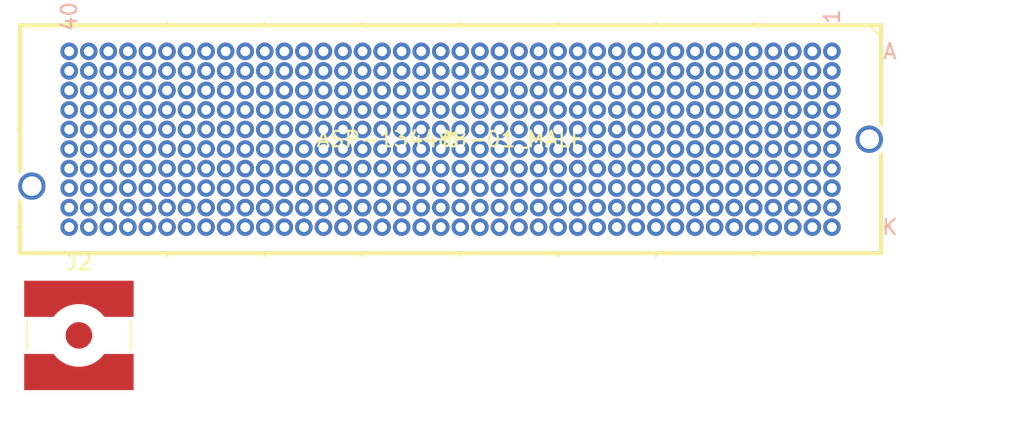
<source format=kicad_pcb>
(kicad_pcb (version 20171130) (host pcbnew "(5.1.6)-1")

  (general
    (thickness 1.6)
    (drawings 0)
    (tracks 0)
    (zones 0)
    (modules 2)
    (nets 403)
  )

  (page A4)
  (layers
    (0 F.Cu signal)
    (1 In1.Cu signal hide)
    (2 In2.Cu signal hide)
    (3 In3.Cu signal hide)
    (4 In4.Cu signal hide)
    (31 B.Cu signal)
    (32 B.Adhes user)
    (33 F.Adhes user)
    (34 B.Paste user)
    (35 F.Paste user)
    (36 B.SilkS user)
    (37 F.SilkS user)
    (38 B.Mask user)
    (39 F.Mask user)
    (40 Dwgs.User user)
    (41 Cmts.User user)
    (42 Eco1.User user)
    (43 Eco2.User user)
    (44 Edge.Cuts user)
    (45 Margin user)
    (46 B.CrtYd user)
    (47 F.CrtYd user)
    (48 B.Fab user)
    (49 F.Fab user)
  )

  (setup
    (last_trace_width 0.15)
    (trace_clearance 0.15)
    (zone_clearance 0.508)
    (zone_45_only no)
    (trace_min 0.15)
    (via_size 0.35)
    (via_drill 0.1)
    (via_min_size 0.35)
    (via_min_drill 0.1)
    (uvia_size 0.2)
    (uvia_drill 0.1)
    (uvias_allowed no)
    (uvia_min_size 0.2)
    (uvia_min_drill 0.1)
    (edge_width 0.12)
    (segment_width 0.12)
    (pcb_text_width 0.3)
    (pcb_text_size 1.5 1.5)
    (mod_edge_width 0.12)
    (mod_text_size 1 1)
    (mod_text_width 0.15)
    (pad_size 1.524 1.524)
    (pad_drill 0.762)
    (pad_to_mask_clearance 0.05)
    (aux_axis_origin 0 0)
    (visible_elements FFFFFF7F)
    (pcbplotparams
      (layerselection 0x010fc_ffffffff)
      (usegerberextensions false)
      (usegerberattributes true)
      (usegerberadvancedattributes true)
      (creategerberjobfile true)
      (excludeedgelayer true)
      (linewidth 0.010000)
      (plotframeref false)
      (viasonmask false)
      (mode 1)
      (useauxorigin false)
      (hpglpennumber 1)
      (hpglpenspeed 20)
      (hpglpendiameter 15.000000)
      (psnegative false)
      (psa4output false)
      (plotreference true)
      (plotvalue true)
      (plotinvisibletext false)
      (padsonsilk false)
      (subtractmaskfromsilk false)
      (outputformat 1)
      (mirror false)
      (drillshape 1)
      (scaleselection 1)
      (outputdirectory ""))
  )

  (net 0 "")
  (net 1 "Net-(J1-PadK1)")
  (net 2 "Net-(J1-PadK2)")
  (net 3 "Net-(J1-PadK3)")
  (net 4 "Net-(J1-PadK4)")
  (net 5 "Net-(J1-PadK5)")
  (net 6 "Net-(J1-PadK6)")
  (net 7 "Net-(J1-PadK7)")
  (net 8 "Net-(J1-PadK8)")
  (net 9 "Net-(J1-PadK9)")
  (net 10 "Net-(J1-PadK10)")
  (net 11 "Net-(J1-PadK11)")
  (net 12 "Net-(J1-PadK12)")
  (net 13 "Net-(J1-PadK13)")
  (net 14 "Net-(J1-PadK14)")
  (net 15 "Net-(J1-PadK15)")
  (net 16 "Net-(J1-PadK16)")
  (net 17 "Net-(J1-PadK17)")
  (net 18 "Net-(J1-PadK18)")
  (net 19 "Net-(J1-PadK19)")
  (net 20 "Net-(J1-PadK20)")
  (net 21 "Net-(J1-PadK21)")
  (net 22 "Net-(J1-PadK22)")
  (net 23 "Net-(J1-PadK23)")
  (net 24 "Net-(J1-PadK24)")
  (net 25 "Net-(J1-PadK25)")
  (net 26 "Net-(J1-PadK26)")
  (net 27 "Net-(J1-PadK27)")
  (net 28 "Net-(J1-PadK28)")
  (net 29 "Net-(J1-PadK29)")
  (net 30 "Net-(J1-PadK30)")
  (net 31 "Net-(J1-PadK31)")
  (net 32 "Net-(J1-PadK32)")
  (net 33 "Net-(J1-PadK33)")
  (net 34 "Net-(J1-PadK34)")
  (net 35 "Net-(J1-PadK35)")
  (net 36 "Net-(J1-PadK36)")
  (net 37 "Net-(J1-PadK37)")
  (net 38 "Net-(J1-PadK38)")
  (net 39 "Net-(J1-PadK39)")
  (net 40 "Net-(J1-PadK40)")
  (net 41 "Net-(J1-PadJ1)")
  (net 42 "Net-(J1-PadJ2)")
  (net 43 "Net-(J1-PadJ3)")
  (net 44 "Net-(J1-PadJ4)")
  (net 45 "Net-(J1-PadJ5)")
  (net 46 "Net-(J1-PadJ6)")
  (net 47 "Net-(J1-PadJ7)")
  (net 48 "Net-(J1-PadJ8)")
  (net 49 "Net-(J1-PadJ9)")
  (net 50 "Net-(J1-PadJ10)")
  (net 51 "Net-(J1-PadJ11)")
  (net 52 "Net-(J1-PadJ12)")
  (net 53 "Net-(J1-PadJ13)")
  (net 54 "Net-(J1-PadJ14)")
  (net 55 "Net-(J1-PadJ15)")
  (net 56 "Net-(J1-PadJ16)")
  (net 57 "Net-(J1-PadJ17)")
  (net 58 "Net-(J1-PadJ18)")
  (net 59 "Net-(J1-PadJ19)")
  (net 60 "Net-(J1-PadJ20)")
  (net 61 "Net-(J1-PadJ21)")
  (net 62 "Net-(J1-PadJ22)")
  (net 63 "Net-(J1-PadJ23)")
  (net 64 "Net-(J1-PadJ24)")
  (net 65 "Net-(J1-PadJ25)")
  (net 66 "Net-(J1-PadJ26)")
  (net 67 "Net-(J1-PadJ27)")
  (net 68 "Net-(J1-PadJ28)")
  (net 69 "Net-(J1-PadJ29)")
  (net 70 "Net-(J1-PadJ30)")
  (net 71 "Net-(J1-PadJ31)")
  (net 72 "Net-(J1-PadJ32)")
  (net 73 "Net-(J1-PadJ33)")
  (net 74 "Net-(J1-PadJ34)")
  (net 75 "Net-(J1-PadJ35)")
  (net 76 "Net-(J1-PadJ36)")
  (net 77 "Net-(J1-PadJ37)")
  (net 78 "Net-(J1-PadJ38)")
  (net 79 "Net-(J1-PadJ39)")
  (net 80 "Net-(J1-PadJ40)")
  (net 81 "Net-(J1-PadH1)")
  (net 82 "Net-(J1-PadH2)")
  (net 83 "Net-(J1-PadH3)")
  (net 84 "Net-(J1-PadH4)")
  (net 85 "Net-(J1-PadH5)")
  (net 86 "Net-(J1-PadH6)")
  (net 87 "Net-(J1-PadH7)")
  (net 88 "Net-(J1-PadH8)")
  (net 89 "Net-(J1-PadH9)")
  (net 90 "Net-(J1-PadH10)")
  (net 91 "Net-(J1-PadH11)")
  (net 92 "Net-(J1-PadH12)")
  (net 93 "Net-(J1-PadH13)")
  (net 94 "Net-(J1-PadH14)")
  (net 95 "Net-(J1-PadH15)")
  (net 96 "Net-(J1-PadH16)")
  (net 97 "Net-(J1-PadH17)")
  (net 98 "Net-(J1-PadH18)")
  (net 99 "Net-(J1-PadH19)")
  (net 100 "Net-(J1-PadH20)")
  (net 101 "Net-(J1-PadH21)")
  (net 102 "Net-(J1-PadH22)")
  (net 103 "Net-(J1-PadH23)")
  (net 104 "Net-(J1-PadH24)")
  (net 105 "Net-(J1-PadH25)")
  (net 106 "Net-(J1-PadH26)")
  (net 107 "Net-(J1-PadH27)")
  (net 108 "Net-(J1-PadH28)")
  (net 109 "Net-(J1-PadH29)")
  (net 110 "Net-(J1-PadH30)")
  (net 111 "Net-(J1-PadH31)")
  (net 112 "Net-(J1-PadH32)")
  (net 113 "Net-(J1-PadH33)")
  (net 114 "Net-(J1-PadH34)")
  (net 115 "Net-(J1-PadH35)")
  (net 116 "Net-(J1-PadH36)")
  (net 117 "Net-(J1-PadH37)")
  (net 118 "Net-(J1-PadH38)")
  (net 119 "Net-(J1-PadH39)")
  (net 120 "Net-(J1-PadH40)")
  (net 121 "Net-(J1-PadG1)")
  (net 122 "Net-(J1-PadG2)")
  (net 123 "Net-(J1-PadG3)")
  (net 124 "Net-(J1-PadG4)")
  (net 125 "Net-(J1-PadG5)")
  (net 126 "Net-(J1-PadG6)")
  (net 127 "Net-(J1-PadG7)")
  (net 128 "Net-(J1-PadG8)")
  (net 129 "Net-(J1-PadG9)")
  (net 130 "Net-(J1-PadG10)")
  (net 131 "Net-(J1-PadG11)")
  (net 132 "Net-(J1-PadG12)")
  (net 133 "Net-(J1-PadG13)")
  (net 134 "Net-(J1-PadG14)")
  (net 135 "Net-(J1-PadG15)")
  (net 136 "Net-(J1-PadG16)")
  (net 137 "Net-(J1-PadG17)")
  (net 138 "Net-(J1-PadG18)")
  (net 139 "Net-(J1-PadG19)")
  (net 140 "Net-(J1-PadG20)")
  (net 141 "Net-(J1-PadG21)")
  (net 142 "Net-(J1-PadG22)")
  (net 143 "Net-(J1-PadG23)")
  (net 144 "Net-(J1-PadG24)")
  (net 145 "Net-(J1-PadG25)")
  (net 146 "Net-(J1-PadG26)")
  (net 147 "Net-(J1-PadG27)")
  (net 148 "Net-(J1-PadG28)")
  (net 149 "Net-(J1-PadG29)")
  (net 150 "Net-(J1-PadG30)")
  (net 151 "Net-(J1-PadG31)")
  (net 152 "Net-(J1-PadG32)")
  (net 153 "Net-(J1-PadG33)")
  (net 154 "Net-(J1-PadG34)")
  (net 155 "Net-(J1-PadG35)")
  (net 156 "Net-(J1-PadG36)")
  (net 157 "Net-(J1-PadG37)")
  (net 158 "Net-(J1-PadG38)")
  (net 159 "Net-(J1-PadG39)")
  (net 160 "Net-(J1-PadG40)")
  (net 161 "Net-(J1-PadF1)")
  (net 162 "Net-(J1-PadF2)")
  (net 163 "Net-(J1-PadF3)")
  (net 164 "Net-(J1-PadF4)")
  (net 165 "Net-(J1-PadF5)")
  (net 166 "Net-(J1-PadF6)")
  (net 167 "Net-(J1-PadF7)")
  (net 168 "Net-(J1-PadF8)")
  (net 169 "Net-(J1-PadF9)")
  (net 170 "Net-(J1-PadF10)")
  (net 171 "Net-(J1-PadF11)")
  (net 172 "Net-(J1-PadF12)")
  (net 173 "Net-(J1-PadF13)")
  (net 174 "Net-(J1-PadF14)")
  (net 175 "Net-(J1-PadF15)")
  (net 176 "Net-(J1-PadF16)")
  (net 177 "Net-(J1-PadF17)")
  (net 178 "Net-(J1-PadF18)")
  (net 179 "Net-(J1-PadF19)")
  (net 180 "Net-(J1-PadF20)")
  (net 181 "Net-(J1-PadF21)")
  (net 182 "Net-(J1-PadF22)")
  (net 183 "Net-(J1-PadF23)")
  (net 184 "Net-(J1-PadF24)")
  (net 185 "Net-(J1-PadF25)")
  (net 186 "Net-(J1-PadF26)")
  (net 187 "Net-(J1-PadF27)")
  (net 188 "Net-(J1-PadF28)")
  (net 189 "Net-(J1-PadF29)")
  (net 190 "Net-(J1-PadF30)")
  (net 191 "Net-(J1-PadF31)")
  (net 192 "Net-(J1-PadF32)")
  (net 193 "Net-(J1-PadF33)")
  (net 194 "Net-(J1-PadF34)")
  (net 195 "Net-(J1-PadF35)")
  (net 196 "Net-(J1-PadF36)")
  (net 197 "Net-(J1-PadF37)")
  (net 198 "Net-(J1-PadF38)")
  (net 199 "Net-(J1-PadF39)")
  (net 200 "Net-(J1-PadF40)")
  (net 201 "Net-(J1-PadE1)")
  (net 202 "Net-(J1-PadE2)")
  (net 203 "Net-(J1-PadE3)")
  (net 204 "Net-(J1-PadE4)")
  (net 205 "Net-(J1-PadE5)")
  (net 206 "Net-(J1-PadE6)")
  (net 207 "Net-(J1-PadE7)")
  (net 208 "Net-(J1-PadE8)")
  (net 209 "Net-(J1-PadE9)")
  (net 210 "Net-(J1-PadE10)")
  (net 211 "Net-(J1-PadE11)")
  (net 212 "Net-(J1-PadE12)")
  (net 213 "Net-(J1-PadE13)")
  (net 214 "Net-(J1-PadE14)")
  (net 215 "Net-(J1-PadE15)")
  (net 216 "Net-(J1-PadE16)")
  (net 217 "Net-(J1-PadE17)")
  (net 218 "Net-(J1-PadE18)")
  (net 219 "Net-(J1-PadE19)")
  (net 220 "Net-(J1-PadE20)")
  (net 221 "Net-(J1-PadE21)")
  (net 222 "Net-(J1-PadE22)")
  (net 223 "Net-(J1-PadE23)")
  (net 224 "Net-(J1-PadE24)")
  (net 225 "Net-(J1-PadE25)")
  (net 226 "Net-(J1-PadE26)")
  (net 227 "Net-(J1-PadE27)")
  (net 228 "Net-(J1-PadE28)")
  (net 229 "Net-(J1-PadE29)")
  (net 230 "Net-(J1-PadE30)")
  (net 231 "Net-(J1-PadE31)")
  (net 232 "Net-(J1-PadE32)")
  (net 233 "Net-(J1-PadE33)")
  (net 234 "Net-(J1-PadE34)")
  (net 235 "Net-(J1-PadE35)")
  (net 236 "Net-(J1-PadE36)")
  (net 237 "Net-(J1-PadE37)")
  (net 238 "Net-(J1-PadE38)")
  (net 239 "Net-(J1-PadE39)")
  (net 240 "Net-(J1-PadE40)")
  (net 241 "Net-(J1-PadD1)")
  (net 242 "Net-(J1-PadD2)")
  (net 243 "Net-(J1-PadD3)")
  (net 244 "Net-(J1-PadD4)")
  (net 245 "Net-(J1-PadD5)")
  (net 246 "Net-(J1-PadD6)")
  (net 247 "Net-(J1-PadD7)")
  (net 248 "Net-(J1-PadD8)")
  (net 249 "Net-(J1-PadD9)")
  (net 250 "Net-(J1-PadD10)")
  (net 251 "Net-(J1-PadD11)")
  (net 252 "Net-(J1-PadD12)")
  (net 253 "Net-(J1-PadD13)")
  (net 254 "Net-(J1-PadD14)")
  (net 255 "Net-(J1-PadD15)")
  (net 256 "Net-(J1-PadD16)")
  (net 257 "Net-(J1-PadD17)")
  (net 258 "Net-(J1-PadD18)")
  (net 259 "Net-(J1-PadD19)")
  (net 260 "Net-(J1-PadD20)")
  (net 261 "Net-(J1-PadD21)")
  (net 262 "Net-(J1-PadD22)")
  (net 263 "Net-(J1-PadD23)")
  (net 264 "Net-(J1-PadD24)")
  (net 265 "Net-(J1-PadD25)")
  (net 266 "Net-(J1-PadD26)")
  (net 267 "Net-(J1-PadD27)")
  (net 268 "Net-(J1-PadD28)")
  (net 269 "Net-(J1-PadD29)")
  (net 270 "Net-(J1-PadD30)")
  (net 271 "Net-(J1-PadD31)")
  (net 272 "Net-(J1-PadD32)")
  (net 273 "Net-(J1-PadD33)")
  (net 274 "Net-(J1-PadD34)")
  (net 275 "Net-(J1-PadD35)")
  (net 276 "Net-(J1-PadD36)")
  (net 277 "Net-(J1-PadD37)")
  (net 278 "Net-(J1-PadD38)")
  (net 279 "Net-(J1-PadD39)")
  (net 280 "Net-(J1-PadD40)")
  (net 281 "Net-(J1-PadC1)")
  (net 282 "Net-(J1-PadC2)")
  (net 283 "Net-(J1-PadC3)")
  (net 284 "Net-(J1-PadC4)")
  (net 285 "Net-(J1-PadC5)")
  (net 286 "Net-(J1-PadC6)")
  (net 287 "Net-(J1-PadC7)")
  (net 288 "Net-(J1-PadC8)")
  (net 289 "Net-(J1-PadC9)")
  (net 290 "Net-(J1-PadC10)")
  (net 291 "Net-(J1-PadC11)")
  (net 292 "Net-(J1-PadC12)")
  (net 293 "Net-(J1-PadC13)")
  (net 294 "Net-(J1-PadC14)")
  (net 295 "Net-(J1-PadC15)")
  (net 296 "Net-(J1-PadC16)")
  (net 297 "Net-(J1-PadC17)")
  (net 298 "Net-(J1-PadC18)")
  (net 299 "Net-(J1-PadC19)")
  (net 300 "Net-(J1-PadC20)")
  (net 301 "Net-(J1-PadC21)")
  (net 302 "Net-(J1-PadC22)")
  (net 303 "Net-(J1-PadC23)")
  (net 304 "Net-(J1-PadC24)")
  (net 305 "Net-(J1-PadC25)")
  (net 306 "Net-(J1-PadC26)")
  (net 307 "Net-(J1-PadC27)")
  (net 308 "Net-(J1-PadC28)")
  (net 309 "Net-(J1-PadC29)")
  (net 310 "Net-(J1-PadC30)")
  (net 311 "Net-(J1-PadC31)")
  (net 312 "Net-(J1-PadC32)")
  (net 313 "Net-(J1-PadC33)")
  (net 314 "Net-(J1-PadC34)")
  (net 315 "Net-(J1-PadC35)")
  (net 316 "Net-(J1-PadC36)")
  (net 317 "Net-(J1-PadC37)")
  (net 318 "Net-(J1-PadC38)")
  (net 319 "Net-(J1-PadC39)")
  (net 320 "Net-(J1-PadC40)")
  (net 321 "Net-(J1-PadB1)")
  (net 322 "Net-(J1-PadB2)")
  (net 323 "Net-(J1-PadB3)")
  (net 324 "Net-(J1-PadB4)")
  (net 325 "Net-(J1-PadB5)")
  (net 326 "Net-(J1-PadB6)")
  (net 327 "Net-(J1-PadB7)")
  (net 328 "Net-(J1-PadB8)")
  (net 329 "Net-(J1-PadB9)")
  (net 330 "Net-(J1-PadB10)")
  (net 331 "Net-(J1-PadB11)")
  (net 332 "Net-(J1-PadB12)")
  (net 333 "Net-(J1-PadB13)")
  (net 334 "Net-(J1-PadB14)")
  (net 335 "Net-(J1-PadB15)")
  (net 336 "Net-(J1-PadB16)")
  (net 337 "Net-(J1-PadB17)")
  (net 338 "Net-(J1-PadB18)")
  (net 339 "Net-(J1-PadB19)")
  (net 340 "Net-(J1-PadB20)")
  (net 341 "Net-(J1-PadB21)")
  (net 342 "Net-(J1-PadB22)")
  (net 343 "Net-(J1-PadB23)")
  (net 344 "Net-(J1-PadB24)")
  (net 345 "Net-(J1-PadB25)")
  (net 346 "Net-(J1-PadB26)")
  (net 347 "Net-(J1-PadB27)")
  (net 348 "Net-(J1-PadB28)")
  (net 349 "Net-(J1-PadB29)")
  (net 350 "Net-(J1-PadB30)")
  (net 351 "Net-(J1-PadB31)")
  (net 352 "Net-(J1-PadB32)")
  (net 353 "Net-(J1-PadB33)")
  (net 354 "Net-(J1-PadB34)")
  (net 355 "Net-(J1-PadB35)")
  (net 356 "Net-(J1-PadB36)")
  (net 357 "Net-(J1-PadB37)")
  (net 358 "Net-(J1-PadB38)")
  (net 359 "Net-(J1-PadB39)")
  (net 360 "Net-(J1-PadB40)")
  (net 361 "Net-(J1-PadA1)")
  (net 362 "Net-(J1-PadA2)")
  (net 363 "Net-(J1-PadA3)")
  (net 364 "Net-(J1-PadA4)")
  (net 365 "Net-(J1-PadA5)")
  (net 366 "Net-(J1-PadA6)")
  (net 367 "Net-(J1-PadA7)")
  (net 368 "Net-(J1-PadA8)")
  (net 369 "Net-(J1-PadA9)")
  (net 370 "Net-(J1-PadA10)")
  (net 371 "Net-(J1-PadA11)")
  (net 372 "Net-(J1-PadA12)")
  (net 373 "Net-(J1-PadA13)")
  (net 374 "Net-(J1-PadA14)")
  (net 375 "Net-(J1-PadA15)")
  (net 376 "Net-(J1-PadA16)")
  (net 377 "Net-(J1-PadA17)")
  (net 378 "Net-(J1-PadA18)")
  (net 379 "Net-(J1-PadA19)")
  (net 380 "Net-(J1-PadA20)")
  (net 381 "Net-(J1-PadA21)")
  (net 382 "Net-(J1-PadA22)")
  (net 383 "Net-(J1-PadA23)")
  (net 384 "Net-(J1-PadA24)")
  (net 385 "Net-(J1-PadA25)")
  (net 386 "Net-(J1-PadA26)")
  (net 387 "Net-(J1-PadA27)")
  (net 388 "Net-(J1-PadA28)")
  (net 389 "Net-(J1-PadA29)")
  (net 390 "Net-(J1-PadA30)")
  (net 391 "Net-(J1-PadA31)")
  (net 392 "Net-(J1-PadA32)")
  (net 393 "Net-(J1-PadA33)")
  (net 394 "Net-(J1-PadA34)")
  (net 395 "Net-(J1-PadA35)")
  (net 396 "Net-(J1-PadA36)")
  (net 397 "Net-(J1-PadA37)")
  (net 398 "Net-(J1-PadA38)")
  (net 399 "Net-(J1-PadA39)")
  (net 400 "Net-(J1-PadA40)")
  (net 401 "Net-(J2-Pad2)")
  (net 402 "Net-(J2-Pad1)")

  (net_class Default "Ceci est la Netclass par défaut."
    (clearance 0.15)
    (trace_width 0.15)
    (via_dia 0.35)
    (via_drill 0.1)
    (uvia_dia 0.2)
    (uvia_drill 0.1)
    (diff_pair_width 0.15)
    (diff_pair_gap 0.15)
    (add_net "Net-(J1-PadA1)")
    (add_net "Net-(J1-PadA10)")
    (add_net "Net-(J1-PadA11)")
    (add_net "Net-(J1-PadA12)")
    (add_net "Net-(J1-PadA13)")
    (add_net "Net-(J1-PadA14)")
    (add_net "Net-(J1-PadA15)")
    (add_net "Net-(J1-PadA16)")
    (add_net "Net-(J1-PadA17)")
    (add_net "Net-(J1-PadA18)")
    (add_net "Net-(J1-PadA19)")
    (add_net "Net-(J1-PadA2)")
    (add_net "Net-(J1-PadA20)")
    (add_net "Net-(J1-PadA21)")
    (add_net "Net-(J1-PadA22)")
    (add_net "Net-(J1-PadA23)")
    (add_net "Net-(J1-PadA24)")
    (add_net "Net-(J1-PadA25)")
    (add_net "Net-(J1-PadA26)")
    (add_net "Net-(J1-PadA27)")
    (add_net "Net-(J1-PadA28)")
    (add_net "Net-(J1-PadA29)")
    (add_net "Net-(J1-PadA3)")
    (add_net "Net-(J1-PadA30)")
    (add_net "Net-(J1-PadA31)")
    (add_net "Net-(J1-PadA32)")
    (add_net "Net-(J1-PadA33)")
    (add_net "Net-(J1-PadA34)")
    (add_net "Net-(J1-PadA35)")
    (add_net "Net-(J1-PadA36)")
    (add_net "Net-(J1-PadA37)")
    (add_net "Net-(J1-PadA38)")
    (add_net "Net-(J1-PadA39)")
    (add_net "Net-(J1-PadA4)")
    (add_net "Net-(J1-PadA40)")
    (add_net "Net-(J1-PadA5)")
    (add_net "Net-(J1-PadA6)")
    (add_net "Net-(J1-PadA7)")
    (add_net "Net-(J1-PadA8)")
    (add_net "Net-(J1-PadA9)")
    (add_net "Net-(J1-PadB1)")
    (add_net "Net-(J1-PadB10)")
    (add_net "Net-(J1-PadB11)")
    (add_net "Net-(J1-PadB12)")
    (add_net "Net-(J1-PadB13)")
    (add_net "Net-(J1-PadB14)")
    (add_net "Net-(J1-PadB15)")
    (add_net "Net-(J1-PadB16)")
    (add_net "Net-(J1-PadB17)")
    (add_net "Net-(J1-PadB18)")
    (add_net "Net-(J1-PadB19)")
    (add_net "Net-(J1-PadB2)")
    (add_net "Net-(J1-PadB20)")
    (add_net "Net-(J1-PadB21)")
    (add_net "Net-(J1-PadB22)")
    (add_net "Net-(J1-PadB23)")
    (add_net "Net-(J1-PadB24)")
    (add_net "Net-(J1-PadB25)")
    (add_net "Net-(J1-PadB26)")
    (add_net "Net-(J1-PadB27)")
    (add_net "Net-(J1-PadB28)")
    (add_net "Net-(J1-PadB29)")
    (add_net "Net-(J1-PadB3)")
    (add_net "Net-(J1-PadB30)")
    (add_net "Net-(J1-PadB31)")
    (add_net "Net-(J1-PadB32)")
    (add_net "Net-(J1-PadB33)")
    (add_net "Net-(J1-PadB34)")
    (add_net "Net-(J1-PadB35)")
    (add_net "Net-(J1-PadB36)")
    (add_net "Net-(J1-PadB37)")
    (add_net "Net-(J1-PadB38)")
    (add_net "Net-(J1-PadB39)")
    (add_net "Net-(J1-PadB4)")
    (add_net "Net-(J1-PadB40)")
    (add_net "Net-(J1-PadB5)")
    (add_net "Net-(J1-PadB6)")
    (add_net "Net-(J1-PadB7)")
    (add_net "Net-(J1-PadB8)")
    (add_net "Net-(J1-PadB9)")
    (add_net "Net-(J1-PadC1)")
    (add_net "Net-(J1-PadC10)")
    (add_net "Net-(J1-PadC11)")
    (add_net "Net-(J1-PadC12)")
    (add_net "Net-(J1-PadC13)")
    (add_net "Net-(J1-PadC14)")
    (add_net "Net-(J1-PadC15)")
    (add_net "Net-(J1-PadC16)")
    (add_net "Net-(J1-PadC17)")
    (add_net "Net-(J1-PadC18)")
    (add_net "Net-(J1-PadC19)")
    (add_net "Net-(J1-PadC2)")
    (add_net "Net-(J1-PadC20)")
    (add_net "Net-(J1-PadC21)")
    (add_net "Net-(J1-PadC22)")
    (add_net "Net-(J1-PadC23)")
    (add_net "Net-(J1-PadC24)")
    (add_net "Net-(J1-PadC25)")
    (add_net "Net-(J1-PadC26)")
    (add_net "Net-(J1-PadC27)")
    (add_net "Net-(J1-PadC28)")
    (add_net "Net-(J1-PadC29)")
    (add_net "Net-(J1-PadC3)")
    (add_net "Net-(J1-PadC30)")
    (add_net "Net-(J1-PadC31)")
    (add_net "Net-(J1-PadC32)")
    (add_net "Net-(J1-PadC33)")
    (add_net "Net-(J1-PadC34)")
    (add_net "Net-(J1-PadC35)")
    (add_net "Net-(J1-PadC36)")
    (add_net "Net-(J1-PadC37)")
    (add_net "Net-(J1-PadC38)")
    (add_net "Net-(J1-PadC39)")
    (add_net "Net-(J1-PadC4)")
    (add_net "Net-(J1-PadC40)")
    (add_net "Net-(J1-PadC5)")
    (add_net "Net-(J1-PadC6)")
    (add_net "Net-(J1-PadC7)")
    (add_net "Net-(J1-PadC8)")
    (add_net "Net-(J1-PadC9)")
    (add_net "Net-(J1-PadD1)")
    (add_net "Net-(J1-PadD10)")
    (add_net "Net-(J1-PadD11)")
    (add_net "Net-(J1-PadD12)")
    (add_net "Net-(J1-PadD13)")
    (add_net "Net-(J1-PadD14)")
    (add_net "Net-(J1-PadD15)")
    (add_net "Net-(J1-PadD16)")
    (add_net "Net-(J1-PadD17)")
    (add_net "Net-(J1-PadD18)")
    (add_net "Net-(J1-PadD19)")
    (add_net "Net-(J1-PadD2)")
    (add_net "Net-(J1-PadD20)")
    (add_net "Net-(J1-PadD21)")
    (add_net "Net-(J1-PadD22)")
    (add_net "Net-(J1-PadD23)")
    (add_net "Net-(J1-PadD24)")
    (add_net "Net-(J1-PadD25)")
    (add_net "Net-(J1-PadD26)")
    (add_net "Net-(J1-PadD27)")
    (add_net "Net-(J1-PadD28)")
    (add_net "Net-(J1-PadD29)")
    (add_net "Net-(J1-PadD3)")
    (add_net "Net-(J1-PadD30)")
    (add_net "Net-(J1-PadD31)")
    (add_net "Net-(J1-PadD32)")
    (add_net "Net-(J1-PadD33)")
    (add_net "Net-(J1-PadD34)")
    (add_net "Net-(J1-PadD35)")
    (add_net "Net-(J1-PadD36)")
    (add_net "Net-(J1-PadD37)")
    (add_net "Net-(J1-PadD38)")
    (add_net "Net-(J1-PadD39)")
    (add_net "Net-(J1-PadD4)")
    (add_net "Net-(J1-PadD40)")
    (add_net "Net-(J1-PadD5)")
    (add_net "Net-(J1-PadD6)")
    (add_net "Net-(J1-PadD7)")
    (add_net "Net-(J1-PadD8)")
    (add_net "Net-(J1-PadD9)")
    (add_net "Net-(J1-PadE1)")
    (add_net "Net-(J1-PadE10)")
    (add_net "Net-(J1-PadE11)")
    (add_net "Net-(J1-PadE12)")
    (add_net "Net-(J1-PadE13)")
    (add_net "Net-(J1-PadE14)")
    (add_net "Net-(J1-PadE15)")
    (add_net "Net-(J1-PadE16)")
    (add_net "Net-(J1-PadE17)")
    (add_net "Net-(J1-PadE18)")
    (add_net "Net-(J1-PadE19)")
    (add_net "Net-(J1-PadE2)")
    (add_net "Net-(J1-PadE20)")
    (add_net "Net-(J1-PadE21)")
    (add_net "Net-(J1-PadE22)")
    (add_net "Net-(J1-PadE23)")
    (add_net "Net-(J1-PadE24)")
    (add_net "Net-(J1-PadE25)")
    (add_net "Net-(J1-PadE26)")
    (add_net "Net-(J1-PadE27)")
    (add_net "Net-(J1-PadE28)")
    (add_net "Net-(J1-PadE29)")
    (add_net "Net-(J1-PadE3)")
    (add_net "Net-(J1-PadE30)")
    (add_net "Net-(J1-PadE31)")
    (add_net "Net-(J1-PadE32)")
    (add_net "Net-(J1-PadE33)")
    (add_net "Net-(J1-PadE34)")
    (add_net "Net-(J1-PadE35)")
    (add_net "Net-(J1-PadE36)")
    (add_net "Net-(J1-PadE37)")
    (add_net "Net-(J1-PadE38)")
    (add_net "Net-(J1-PadE39)")
    (add_net "Net-(J1-PadE4)")
    (add_net "Net-(J1-PadE40)")
    (add_net "Net-(J1-PadE5)")
    (add_net "Net-(J1-PadE6)")
    (add_net "Net-(J1-PadE7)")
    (add_net "Net-(J1-PadE8)")
    (add_net "Net-(J1-PadE9)")
    (add_net "Net-(J1-PadF1)")
    (add_net "Net-(J1-PadF10)")
    (add_net "Net-(J1-PadF11)")
    (add_net "Net-(J1-PadF12)")
    (add_net "Net-(J1-PadF13)")
    (add_net "Net-(J1-PadF14)")
    (add_net "Net-(J1-PadF15)")
    (add_net "Net-(J1-PadF16)")
    (add_net "Net-(J1-PadF17)")
    (add_net "Net-(J1-PadF18)")
    (add_net "Net-(J1-PadF19)")
    (add_net "Net-(J1-PadF2)")
    (add_net "Net-(J1-PadF20)")
    (add_net "Net-(J1-PadF21)")
    (add_net "Net-(J1-PadF22)")
    (add_net "Net-(J1-PadF23)")
    (add_net "Net-(J1-PadF24)")
    (add_net "Net-(J1-PadF25)")
    (add_net "Net-(J1-PadF26)")
    (add_net "Net-(J1-PadF27)")
    (add_net "Net-(J1-PadF28)")
    (add_net "Net-(J1-PadF29)")
    (add_net "Net-(J1-PadF3)")
    (add_net "Net-(J1-PadF30)")
    (add_net "Net-(J1-PadF31)")
    (add_net "Net-(J1-PadF32)")
    (add_net "Net-(J1-PadF33)")
    (add_net "Net-(J1-PadF34)")
    (add_net "Net-(J1-PadF35)")
    (add_net "Net-(J1-PadF36)")
    (add_net "Net-(J1-PadF37)")
    (add_net "Net-(J1-PadF38)")
    (add_net "Net-(J1-PadF39)")
    (add_net "Net-(J1-PadF4)")
    (add_net "Net-(J1-PadF40)")
    (add_net "Net-(J1-PadF5)")
    (add_net "Net-(J1-PadF6)")
    (add_net "Net-(J1-PadF7)")
    (add_net "Net-(J1-PadF8)")
    (add_net "Net-(J1-PadF9)")
    (add_net "Net-(J1-PadG1)")
    (add_net "Net-(J1-PadG10)")
    (add_net "Net-(J1-PadG11)")
    (add_net "Net-(J1-PadG12)")
    (add_net "Net-(J1-PadG13)")
    (add_net "Net-(J1-PadG14)")
    (add_net "Net-(J1-PadG15)")
    (add_net "Net-(J1-PadG16)")
    (add_net "Net-(J1-PadG17)")
    (add_net "Net-(J1-PadG18)")
    (add_net "Net-(J1-PadG19)")
    (add_net "Net-(J1-PadG2)")
    (add_net "Net-(J1-PadG20)")
    (add_net "Net-(J1-PadG21)")
    (add_net "Net-(J1-PadG22)")
    (add_net "Net-(J1-PadG23)")
    (add_net "Net-(J1-PadG24)")
    (add_net "Net-(J1-PadG25)")
    (add_net "Net-(J1-PadG26)")
    (add_net "Net-(J1-PadG27)")
    (add_net "Net-(J1-PadG28)")
    (add_net "Net-(J1-PadG29)")
    (add_net "Net-(J1-PadG3)")
    (add_net "Net-(J1-PadG30)")
    (add_net "Net-(J1-PadG31)")
    (add_net "Net-(J1-PadG32)")
    (add_net "Net-(J1-PadG33)")
    (add_net "Net-(J1-PadG34)")
    (add_net "Net-(J1-PadG35)")
    (add_net "Net-(J1-PadG36)")
    (add_net "Net-(J1-PadG37)")
    (add_net "Net-(J1-PadG38)")
    (add_net "Net-(J1-PadG39)")
    (add_net "Net-(J1-PadG4)")
    (add_net "Net-(J1-PadG40)")
    (add_net "Net-(J1-PadG5)")
    (add_net "Net-(J1-PadG6)")
    (add_net "Net-(J1-PadG7)")
    (add_net "Net-(J1-PadG8)")
    (add_net "Net-(J1-PadG9)")
    (add_net "Net-(J1-PadH1)")
    (add_net "Net-(J1-PadH10)")
    (add_net "Net-(J1-PadH11)")
    (add_net "Net-(J1-PadH12)")
    (add_net "Net-(J1-PadH13)")
    (add_net "Net-(J1-PadH14)")
    (add_net "Net-(J1-PadH15)")
    (add_net "Net-(J1-PadH16)")
    (add_net "Net-(J1-PadH17)")
    (add_net "Net-(J1-PadH18)")
    (add_net "Net-(J1-PadH19)")
    (add_net "Net-(J1-PadH2)")
    (add_net "Net-(J1-PadH20)")
    (add_net "Net-(J1-PadH21)")
    (add_net "Net-(J1-PadH22)")
    (add_net "Net-(J1-PadH23)")
    (add_net "Net-(J1-PadH24)")
    (add_net "Net-(J1-PadH25)")
    (add_net "Net-(J1-PadH26)")
    (add_net "Net-(J1-PadH27)")
    (add_net "Net-(J1-PadH28)")
    (add_net "Net-(J1-PadH29)")
    (add_net "Net-(J1-PadH3)")
    (add_net "Net-(J1-PadH30)")
    (add_net "Net-(J1-PadH31)")
    (add_net "Net-(J1-PadH32)")
    (add_net "Net-(J1-PadH33)")
    (add_net "Net-(J1-PadH34)")
    (add_net "Net-(J1-PadH35)")
    (add_net "Net-(J1-PadH36)")
    (add_net "Net-(J1-PadH37)")
    (add_net "Net-(J1-PadH38)")
    (add_net "Net-(J1-PadH39)")
    (add_net "Net-(J1-PadH4)")
    (add_net "Net-(J1-PadH40)")
    (add_net "Net-(J1-PadH5)")
    (add_net "Net-(J1-PadH6)")
    (add_net "Net-(J1-PadH7)")
    (add_net "Net-(J1-PadH8)")
    (add_net "Net-(J1-PadH9)")
    (add_net "Net-(J1-PadJ1)")
    (add_net "Net-(J1-PadJ10)")
    (add_net "Net-(J1-PadJ11)")
    (add_net "Net-(J1-PadJ12)")
    (add_net "Net-(J1-PadJ13)")
    (add_net "Net-(J1-PadJ14)")
    (add_net "Net-(J1-PadJ15)")
    (add_net "Net-(J1-PadJ16)")
    (add_net "Net-(J1-PadJ17)")
    (add_net "Net-(J1-PadJ18)")
    (add_net "Net-(J1-PadJ19)")
    (add_net "Net-(J1-PadJ2)")
    (add_net "Net-(J1-PadJ20)")
    (add_net "Net-(J1-PadJ21)")
    (add_net "Net-(J1-PadJ22)")
    (add_net "Net-(J1-PadJ23)")
    (add_net "Net-(J1-PadJ24)")
    (add_net "Net-(J1-PadJ25)")
    (add_net "Net-(J1-PadJ26)")
    (add_net "Net-(J1-PadJ27)")
    (add_net "Net-(J1-PadJ28)")
    (add_net "Net-(J1-PadJ29)")
    (add_net "Net-(J1-PadJ3)")
    (add_net "Net-(J1-PadJ30)")
    (add_net "Net-(J1-PadJ31)")
    (add_net "Net-(J1-PadJ32)")
    (add_net "Net-(J1-PadJ33)")
    (add_net "Net-(J1-PadJ34)")
    (add_net "Net-(J1-PadJ35)")
    (add_net "Net-(J1-PadJ36)")
    (add_net "Net-(J1-PadJ37)")
    (add_net "Net-(J1-PadJ38)")
    (add_net "Net-(J1-PadJ39)")
    (add_net "Net-(J1-PadJ4)")
    (add_net "Net-(J1-PadJ40)")
    (add_net "Net-(J1-PadJ5)")
    (add_net "Net-(J1-PadJ6)")
    (add_net "Net-(J1-PadJ7)")
    (add_net "Net-(J1-PadJ8)")
    (add_net "Net-(J1-PadJ9)")
    (add_net "Net-(J1-PadK1)")
    (add_net "Net-(J1-PadK10)")
    (add_net "Net-(J1-PadK11)")
    (add_net "Net-(J1-PadK12)")
    (add_net "Net-(J1-PadK13)")
    (add_net "Net-(J1-PadK14)")
    (add_net "Net-(J1-PadK15)")
    (add_net "Net-(J1-PadK16)")
    (add_net "Net-(J1-PadK17)")
    (add_net "Net-(J1-PadK18)")
    (add_net "Net-(J1-PadK19)")
    (add_net "Net-(J1-PadK2)")
    (add_net "Net-(J1-PadK20)")
    (add_net "Net-(J1-PadK21)")
    (add_net "Net-(J1-PadK22)")
    (add_net "Net-(J1-PadK23)")
    (add_net "Net-(J1-PadK24)")
    (add_net "Net-(J1-PadK25)")
    (add_net "Net-(J1-PadK26)")
    (add_net "Net-(J1-PadK27)")
    (add_net "Net-(J1-PadK28)")
    (add_net "Net-(J1-PadK29)")
    (add_net "Net-(J1-PadK3)")
    (add_net "Net-(J1-PadK30)")
    (add_net "Net-(J1-PadK31)")
    (add_net "Net-(J1-PadK32)")
    (add_net "Net-(J1-PadK33)")
    (add_net "Net-(J1-PadK34)")
    (add_net "Net-(J1-PadK35)")
    (add_net "Net-(J1-PadK36)")
    (add_net "Net-(J1-PadK37)")
    (add_net "Net-(J1-PadK38)")
    (add_net "Net-(J1-PadK39)")
    (add_net "Net-(J1-PadK4)")
    (add_net "Net-(J1-PadK40)")
    (add_net "Net-(J1-PadK5)")
    (add_net "Net-(J1-PadK6)")
    (add_net "Net-(J1-PadK7)")
    (add_net "Net-(J1-PadK8)")
    (add_net "Net-(J1-PadK9)")
    (add_net "Net-(J2-Pad1)")
    (add_net "Net-(J2-Pad2)")
  )

  (module Connector_Coaxial:SMA_Amphenol_132134-10_Vertical (layer F.Cu) (tedit 6023DABF) (tstamp 60247D3E)
    (at 137.4826 106.5462)
    (descr https://www.amphenolrf.com/downloads/dl/file/id/4007/product/2974/132134_10_customer_drawing.pdf)
    (tags "SMA SMD Female Jack Vertical")
    (path /604ACF5A)
    (attr smd)
    (fp_text reference J2 (at 0 -4.75) (layer F.SilkS)
      (effects (font (size 1 1) (thickness 0.15)))
    )
    (fp_text value Conn_Coaxial (at 0 4.75) (layer F.Fab)
      (effects (font (size 1 1) (thickness 0.15)))
    )
    (fp_text user %R (at 0 0) (layer F.Fab)
      (effects (font (size 1 1) (thickness 0.15)))
    )
    (fp_circle (center 0 0) (end 3.175 0) (layer F.Fab) (width 0.1))
    (fp_circle (center 0 0) (end 2.04 0) (layer Dwgs.User) (width 0.1))
    (fp_line (start 3.355 -0.94) (end 3.355 0.94) (layer F.SilkS) (width 0.12))
    (fp_line (start -3.355 -0.94) (end -3.355 0.94) (layer F.SilkS) (width 0.12))
    (fp_line (start 3.175 -3.175) (end 3.175 3.175) (layer F.Fab) (width 0.1))
    (fp_line (start -3.175 3.175) (end 3.175 3.175) (layer F.Fab) (width 0.1))
    (fp_line (start -3.175 -3.175) (end -3.175 3.175) (layer F.Fab) (width 0.1))
    (fp_line (start -3.175 -3.175) (end 3.175 -3.175) (layer F.Fab) (width 0.1))
    (fp_line (start -4.06 -4.06) (end 4.06 -4.06) (layer F.CrtYd) (width 0.05))
    (fp_line (start -4.06 -4.06) (end -4.06 4.06) (layer F.CrtYd) (width 0.05))
    (fp_line (start 4.06 4.06) (end 4.06 -4.06) (layer F.CrtYd) (width 0.05))
    (fp_line (start 4.06 4.06) (end -4.06 4.06) (layer F.CrtYd) (width 0.05))
    (pad 2 smd custom (at 0 -2.8 180) (size 7.11 1.51) (layers F.Cu F.Paste F.Mask)
      (net 401 "Net-(J2-Pad2)") (zone_connect 2)
      (options (clearance outline) (anchor rect))
      (primitives
        (gr_poly (pts
           (xy -1.645 -1.595) (xy -1.5 -1.42) (xy -1.36 -1.28) (xy -1.205 -1.155) (xy -1.035 -1.045)
           (xy -0.86 -0.95) (xy -0.675 -0.875) (xy -0.48 -0.82) (xy -0.28 -0.78) (xy -0.085 -0.765)
           (xy 0 -0.765) (xy 0 0.755) (xy -3.555 0.755) (xy -3.555 -1.595)) (width 0))
        (gr_poly (pts
           (xy 1.645 -1.595) (xy 1.5 -1.42) (xy 1.36 -1.28) (xy 1.205 -1.155) (xy 1.035 -1.045)
           (xy 0.86 -0.95) (xy 0.675 -0.875) (xy 0.48 -0.82) (xy 0.28 -0.78) (xy 0.085 -0.765)
           (xy 0 -0.765) (xy 0 0.755) (xy 3.555 0.755) (xy 3.555 -1.595)) (width 0))
      ))
    (pad 2 smd custom (at 0 2.8) (size 7.11 1.51) (layers F.Cu F.Paste F.Mask)
      (net 401 "Net-(J2-Pad2)") (zone_connect 2)
      (options (clearance outline) (anchor rect))
      (primitives
        (gr_poly (pts
           (xy -1.645 -1.595) (xy -1.5 -1.42) (xy -1.36 -1.28) (xy -1.205 -1.155) (xy -1.035 -1.045)
           (xy -0.86 -0.95) (xy -0.675 -0.875) (xy -0.48 -0.82) (xy -0.28 -0.78) (xy -0.085 -0.765)
           (xy 0 -0.765) (xy 0 0.755) (xy -3.555 0.755) (xy -3.555 -1.595)) (width 0))
        (gr_poly (pts
           (xy 1.645 -1.595) (xy 1.5 -1.42) (xy 1.36 -1.28) (xy 1.205 -1.155) (xy 1.035 -1.045)
           (xy 0.86 -0.95) (xy 0.675 -0.875) (xy 0.48 -0.82) (xy 0.28 -0.78) (xy 0.085 -0.765)
           (xy 0 -0.765) (xy 0 0.755) (xy 3.555 0.755) (xy 3.555 -1.595)) (width 0))
      ))
    (pad 1 smd circle (at 0 0 90) (size 1.73 1.73) (layers F.Cu F.Paste F.Mask)
      (net 402 "Net-(J2-Pad1)"))
    (model "C:/Users/dbaudin/Documents_Local/Kicad_Libraries_Perso/3D/User Library-SMA_132134_Corrected.STEP"
      (at (xyz 0 0 0))
      (scale (xyz 1 1 1))
      (rotate (xyz 0 0 0))
    )
  )

  (module David_Connectors:ASP-134488-01 (layer F.Cu) (tedit 0) (tstamp 60247D2A)
    (at 161.617 93.792)
    (path /603ED767)
    (fp_text reference J1 (at 0 0) (layer F.SilkS)
      (effects (font (size 1 1) (thickness 0.15)))
    )
    (fp_text value ASP-134488-01_MALE (at 0 0) (layer F.SilkS)
      (effects (font (size 1 1) (thickness 0.15)))
    )
    (fp_text user 0.045in/1.143mm (at 30.3022 5.715) (layer Dwgs.User)
      (effects (font (size 1 1) (thickness 0.15)))
    )
    (fp_text user 0.05in/1.27mm (at 30.3022 -5.08) (layer Dwgs.User)
      (effects (font (size 1 1) (thickness 0.15)))
    )
    (fp_text user 0.15in/3.81mm (at 0 9.7536) (layer Dwgs.User)
      (effects (font (size 1 1) (thickness 0.15)))
    )
    (fp_text user 0.2in/5.08mm (at 30.3022 0) (layer Dwgs.User)
      (effects (font (size 1 1) (thickness 0.15)))
    )
    (fp_text user 1 (at 24.765 -7.9756 90) (layer B.SilkS)
      (effects (font (size 1 1) (thickness 0.15)))
    )
    (fp_text user 1 (at 24.765 -7.9756 90) (layer F.Fab)
      (effects (font (size 1 1) (thickness 0.15)))
    )
    (fp_text user 1 (at 24.765 -7.9756 90) (layer F.SilkS)
      (effects (font (size 1 1) (thickness 0.15)))
    )
    (fp_text user 40 (at -24.765 -7.9756 90) (layer B.SilkS)
      (effects (font (size 1 1) (thickness 0.15)))
    )
    (fp_text user 40 (at -24.765 -7.9756 90) (layer F.Fab)
      (effects (font (size 1 1) (thickness 0.15)))
    )
    (fp_text user 40 (at -24.765 -7.9756 90) (layer F.SilkS)
      (effects (font (size 1 1) (thickness 0.15)))
    )
    (fp_text user K (at 28.5242 5.715) (layer B.SilkS)
      (effects (font (size 1 1) (thickness 0.15)))
    )
    (fp_text user K (at 28.5242 5.715) (layer F.Fab)
      (effects (font (size 1 1) (thickness 0.15)))
    )
    (fp_text user K (at 28.5242 5.715) (layer F.SilkS)
      (effects (font (size 1 1) (thickness 0.15)))
    )
    (fp_text user A (at 28.5242 -5.715) (layer B.SilkS)
      (effects (font (size 1 1) (thickness 0.15)))
    )
    (fp_text user A (at 28.5242 -5.715) (layer F.Fab)
      (effects (font (size 1 1) (thickness 0.15)))
    )
    (fp_text user A (at 28.5242 -5.715) (layer F.SilkS)
      (effects (font (size 1 1) (thickness 0.15)))
    )
    (fp_text user * (at 0 0) (layer F.Fab)
      (effects (font (size 1 1) (thickness 0.15)))
    )
    (fp_text user * (at 0 0) (layer F.SilkS)
      (effects (font (size 1 1) (thickness 0.15)))
    )
    (fp_text user "Copyright 2016 Accelerated Designs. All rights reserved." (at 0 0) (layer Cmts.User)
      (effects (font (size 0.127 0.127) (thickness 0.002)))
    )
    (fp_line (start -27.8892 -0.635) (end -28.1432 -0.635) (layer F.SilkS) (width 0.1524))
    (fp_line (start -27.8892 4.05037) (end -27.8892 7.3406) (layer F.SilkS) (width 0.1524))
    (fp_line (start -27.8892 5.715) (end -28.1432 5.715) (layer F.SilkS) (width 0.1524))
    (fp_line (start 27.8892 5.715) (end 28.1432 5.715) (layer F.SilkS) (width 0.1524))
    (fp_line (start -24.765 -7.3406) (end -24.765 -7.5946) (layer F.SilkS) (width 0.1524))
    (fp_line (start -24.765 7.3406) (end -24.765 7.5946) (layer F.SilkS) (width 0.1524))
    (fp_line (start -18.415 -7.3406) (end -18.415 -7.5946) (layer F.SilkS) (width 0.1524))
    (fp_line (start -18.415 7.3406) (end -18.415 7.5946) (layer F.SilkS) (width 0.1524))
    (fp_line (start -12.065 -7.3406) (end -12.065 -7.5946) (layer F.SilkS) (width 0.1524))
    (fp_line (start -12.065 7.3406) (end -12.065 7.5946) (layer F.SilkS) (width 0.1524))
    (fp_line (start -5.715 -7.3406) (end -5.715 -7.5946) (layer F.SilkS) (width 0.1524))
    (fp_line (start -5.715 7.3406) (end -5.715 7.5946) (layer F.SilkS) (width 0.1524))
    (fp_line (start 0.635 -7.3406) (end 0.635 -7.5946) (layer F.SilkS) (width 0.1524))
    (fp_line (start 0.635 7.3406) (end 0.635 7.5946) (layer F.SilkS) (width 0.1524))
    (fp_line (start 6.985 -7.3406) (end 6.985 -7.5946) (layer F.SilkS) (width 0.1524))
    (fp_line (start 6.985 7.3406) (end 6.985 7.5946) (layer F.SilkS) (width 0.1524))
    (fp_line (start 13.335 -7.3406) (end 13.335 -7.5946) (layer F.SilkS) (width 0.1524))
    (fp_line (start 13.335 7.3406) (end 13.335 7.5946) (layer F.SilkS) (width 0.1524))
    (fp_line (start 19.685 -7.3406) (end 19.685 -7.5946) (layer F.SilkS) (width 0.1524))
    (fp_line (start 19.685 7.3406) (end 19.685 7.5946) (layer F.SilkS) (width 0.1524))
    (fp_line (start 27.8892 -6.7056) (end 27.2542 -7.3406) (layer F.SilkS) (width 0.1524))
    (fp_line (start 27.8892 -6.7056) (end 27.2542 -7.3406) (layer F.Fab) (width 0.1524))
    (fp_line (start -28.0162 7.4676) (end 28.0162 7.4676) (layer F.SilkS) (width 0.1524))
    (fp_line (start 28.0162 7.4676) (end 28.0162 0.900666) (layer F.SilkS) (width 0.1524))
    (fp_line (start 28.0162 -7.4676) (end -28.0162 -7.4676) (layer F.SilkS) (width 0.1524))
    (fp_line (start -28.0162 -7.4676) (end -28.0162 2.147334) (layer F.SilkS) (width 0.1524))
    (fp_line (start -27.8892 7.3406) (end 27.8892 7.3406) (layer F.Fab) (width 0.1524))
    (fp_line (start 27.8892 7.3406) (end 27.8892 -7.3406) (layer F.Fab) (width 0.1524))
    (fp_line (start 27.8892 -7.3406) (end -27.8892 -7.3406) (layer F.Fab) (width 0.1524))
    (fp_line (start -27.8892 -7.3406) (end -27.8892 7.3406) (layer F.Fab) (width 0.1524))
    (fp_line (start 27.8892 -7.3406) (end 27.8892 7.3406) (layer F.Fab) (width 0.1524))
    (fp_line (start -27.8892 -7.3406) (end -27.8892 7.3406) (layer F.Fab) (width 0.1524))
    (fp_line (start 27.8892 -7.3406) (end -27.8892 -7.3406) (layer F.Fab) (width 0.1524))
    (fp_line (start 27.8892 7.3406) (end -27.8892 7.3406) (layer F.Fab) (width 0.1524))
    (fp_line (start 27.8892 -7.3406) (end 27.8892 -1.00237) (layer F.SilkS) (width 0.1524))
    (fp_line (start -27.8892 -7.3406) (end -27.8892 2.04563) (layer F.SilkS) (width 0.1524))
    (fp_line (start 27.8892 -7.3406) (end -27.8892 -7.3406) (layer F.SilkS) (width 0.1524))
    (fp_line (start 27.8892 7.3406) (end -27.8892 7.3406) (layer F.SilkS) (width 0.1524))
    (fp_line (start -28.0162 3.948666) (end -28.0162 7.4676) (layer F.SilkS) (width 0.1524))
    (fp_line (start 28.0162 -0.900666) (end 28.0162 -7.4676) (layer F.SilkS) (width 0.1524))
    (fp_line (start 27.8892 1.00237) (end 27.8892 7.3406) (layer F.SilkS) (width 0.1524))
    (fp_line (start -28.1432 7.5946) (end -28.1432 -7.5946) (layer F.CrtYd) (width 0.1524))
    (fp_line (start -28.1432 -7.5946) (end 28.1432 -7.5946) (layer F.CrtYd) (width 0.1524))
    (fp_line (start 28.1432 -7.5946) (end 28.1432 7.5946) (layer F.CrtYd) (width 0.1524))
    (fp_line (start 28.1432 7.5946) (end -28.1432 7.5946) (layer F.CrtYd) (width 0.1524))
    (pad 402 thru_hole circle (at 27.1907 0) (size 1.778 1.778) (drill 1.27) (layers *.Cu *.Mask))
    (pad 401 thru_hole circle (at -27.1907 3.048) (size 1.778 1.778) (drill 1.27) (layers *.Cu *.Mask))
    (pad K1 thru_hole circle (at 24.765 5.715) (size 1.143 1.143) (drill 0.635) (layers *.Cu *.Mask)
      (net 1 "Net-(J1-PadK1)"))
    (pad K2 thru_hole circle (at 23.495 5.715) (size 1.143 1.143) (drill 0.635) (layers *.Cu *.Mask)
      (net 2 "Net-(J1-PadK2)"))
    (pad K3 thru_hole circle (at 22.225 5.715) (size 1.143 1.143) (drill 0.635) (layers *.Cu *.Mask)
      (net 3 "Net-(J1-PadK3)"))
    (pad K4 thru_hole circle (at 20.955 5.715) (size 1.143 1.143) (drill 0.635) (layers *.Cu *.Mask)
      (net 4 "Net-(J1-PadK4)"))
    (pad K5 thru_hole circle (at 19.685 5.715) (size 1.143 1.143) (drill 0.635) (layers *.Cu *.Mask)
      (net 5 "Net-(J1-PadK5)"))
    (pad K6 thru_hole circle (at 18.415 5.715) (size 1.143 1.143) (drill 0.635) (layers *.Cu *.Mask)
      (net 6 "Net-(J1-PadK6)"))
    (pad K7 thru_hole circle (at 17.145 5.715) (size 1.143 1.143) (drill 0.635) (layers *.Cu *.Mask)
      (net 7 "Net-(J1-PadK7)"))
    (pad K8 thru_hole circle (at 15.875 5.715) (size 1.143 1.143) (drill 0.635) (layers *.Cu *.Mask)
      (net 8 "Net-(J1-PadK8)"))
    (pad K9 thru_hole circle (at 14.605 5.715) (size 1.143 1.143) (drill 0.635) (layers *.Cu *.Mask)
      (net 9 "Net-(J1-PadK9)"))
    (pad K10 thru_hole circle (at 13.335 5.715) (size 1.143 1.143) (drill 0.635) (layers *.Cu *.Mask)
      (net 10 "Net-(J1-PadK10)"))
    (pad K11 thru_hole circle (at 12.065 5.715) (size 1.143 1.143) (drill 0.635) (layers *.Cu *.Mask)
      (net 11 "Net-(J1-PadK11)"))
    (pad K12 thru_hole circle (at 10.795 5.715) (size 1.143 1.143) (drill 0.635) (layers *.Cu *.Mask)
      (net 12 "Net-(J1-PadK12)"))
    (pad K13 thru_hole circle (at 9.525 5.715) (size 1.143 1.143) (drill 0.635) (layers *.Cu *.Mask)
      (net 13 "Net-(J1-PadK13)"))
    (pad K14 thru_hole circle (at 8.255 5.715) (size 1.143 1.143) (drill 0.635) (layers *.Cu *.Mask)
      (net 14 "Net-(J1-PadK14)"))
    (pad K15 thru_hole circle (at 6.985 5.715) (size 1.143 1.143) (drill 0.635) (layers *.Cu *.Mask)
      (net 15 "Net-(J1-PadK15)"))
    (pad K16 thru_hole circle (at 5.715 5.715) (size 1.143 1.143) (drill 0.635) (layers *.Cu *.Mask)
      (net 16 "Net-(J1-PadK16)"))
    (pad K17 thru_hole circle (at 4.445 5.715) (size 1.143 1.143) (drill 0.635) (layers *.Cu *.Mask)
      (net 17 "Net-(J1-PadK17)"))
    (pad K18 thru_hole circle (at 3.175 5.715) (size 1.143 1.143) (drill 0.635) (layers *.Cu *.Mask)
      (net 18 "Net-(J1-PadK18)"))
    (pad K19 thru_hole circle (at 1.905 5.715) (size 1.143 1.143) (drill 0.635) (layers *.Cu *.Mask)
      (net 19 "Net-(J1-PadK19)"))
    (pad K20 thru_hole circle (at 0.635 5.715) (size 1.143 1.143) (drill 0.635) (layers *.Cu *.Mask)
      (net 20 "Net-(J1-PadK20)"))
    (pad K21 thru_hole circle (at -0.635 5.715) (size 1.143 1.143) (drill 0.635) (layers *.Cu *.Mask)
      (net 21 "Net-(J1-PadK21)"))
    (pad K22 thru_hole circle (at -1.905 5.715) (size 1.143 1.143) (drill 0.635) (layers *.Cu *.Mask)
      (net 22 "Net-(J1-PadK22)"))
    (pad K23 thru_hole circle (at -3.175 5.715) (size 1.143 1.143) (drill 0.635) (layers *.Cu *.Mask)
      (net 23 "Net-(J1-PadK23)"))
    (pad K24 thru_hole circle (at -4.445 5.715) (size 1.143 1.143) (drill 0.635) (layers *.Cu *.Mask)
      (net 24 "Net-(J1-PadK24)"))
    (pad K25 thru_hole circle (at -5.715 5.715) (size 1.143 1.143) (drill 0.635) (layers *.Cu *.Mask)
      (net 25 "Net-(J1-PadK25)"))
    (pad K26 thru_hole circle (at -6.985 5.715) (size 1.143 1.143) (drill 0.635) (layers *.Cu *.Mask)
      (net 26 "Net-(J1-PadK26)"))
    (pad K27 thru_hole circle (at -8.255 5.715) (size 1.143 1.143) (drill 0.635) (layers *.Cu *.Mask)
      (net 27 "Net-(J1-PadK27)"))
    (pad K28 thru_hole circle (at -9.525 5.715) (size 1.143 1.143) (drill 0.635) (layers *.Cu *.Mask)
      (net 28 "Net-(J1-PadK28)"))
    (pad K29 thru_hole circle (at -10.795 5.715) (size 1.143 1.143) (drill 0.635) (layers *.Cu *.Mask)
      (net 29 "Net-(J1-PadK29)"))
    (pad K30 thru_hole circle (at -12.065 5.715) (size 1.143 1.143) (drill 0.635) (layers *.Cu *.Mask)
      (net 30 "Net-(J1-PadK30)"))
    (pad K31 thru_hole circle (at -13.335 5.715) (size 1.143 1.143) (drill 0.635) (layers *.Cu *.Mask)
      (net 31 "Net-(J1-PadK31)"))
    (pad K32 thru_hole circle (at -14.605 5.715) (size 1.143 1.143) (drill 0.635) (layers *.Cu *.Mask)
      (net 32 "Net-(J1-PadK32)"))
    (pad K33 thru_hole circle (at -15.875 5.715) (size 1.143 1.143) (drill 0.635) (layers *.Cu *.Mask)
      (net 33 "Net-(J1-PadK33)"))
    (pad K34 thru_hole circle (at -17.145 5.715) (size 1.143 1.143) (drill 0.635) (layers *.Cu *.Mask)
      (net 34 "Net-(J1-PadK34)"))
    (pad K35 thru_hole circle (at -18.415 5.715) (size 1.143 1.143) (drill 0.635) (layers *.Cu *.Mask)
      (net 35 "Net-(J1-PadK35)"))
    (pad K36 thru_hole circle (at -19.685 5.715) (size 1.143 1.143) (drill 0.635) (layers *.Cu *.Mask)
      (net 36 "Net-(J1-PadK36)"))
    (pad K37 thru_hole circle (at -20.955 5.715) (size 1.143 1.143) (drill 0.635) (layers *.Cu *.Mask)
      (net 37 "Net-(J1-PadK37)"))
    (pad K38 thru_hole circle (at -22.225 5.715) (size 1.143 1.143) (drill 0.635) (layers *.Cu *.Mask)
      (net 38 "Net-(J1-PadK38)"))
    (pad K39 thru_hole circle (at -23.495 5.715) (size 1.143 1.143) (drill 0.635) (layers *.Cu *.Mask)
      (net 39 "Net-(J1-PadK39)"))
    (pad K40 thru_hole circle (at -24.765 5.715) (size 1.143 1.143) (drill 0.635) (layers *.Cu *.Mask)
      (net 40 "Net-(J1-PadK40)"))
    (pad J1 thru_hole circle (at 24.765 4.445) (size 1.143 1.143) (drill 0.635) (layers *.Cu *.Mask)
      (net 41 "Net-(J1-PadJ1)"))
    (pad J2 thru_hole circle (at 23.495 4.445) (size 1.143 1.143) (drill 0.635) (layers *.Cu *.Mask)
      (net 42 "Net-(J1-PadJ2)"))
    (pad J3 thru_hole circle (at 22.225 4.445) (size 1.143 1.143) (drill 0.635) (layers *.Cu *.Mask)
      (net 43 "Net-(J1-PadJ3)"))
    (pad J4 thru_hole circle (at 20.955 4.445) (size 1.143 1.143) (drill 0.635) (layers *.Cu *.Mask)
      (net 44 "Net-(J1-PadJ4)"))
    (pad J5 thru_hole circle (at 19.685 4.445) (size 1.143 1.143) (drill 0.635) (layers *.Cu *.Mask)
      (net 45 "Net-(J1-PadJ5)"))
    (pad J6 thru_hole circle (at 18.415 4.445) (size 1.143 1.143) (drill 0.635) (layers *.Cu *.Mask)
      (net 46 "Net-(J1-PadJ6)"))
    (pad J7 thru_hole circle (at 17.145 4.445) (size 1.143 1.143) (drill 0.635) (layers *.Cu *.Mask)
      (net 47 "Net-(J1-PadJ7)"))
    (pad J8 thru_hole circle (at 15.875 4.445) (size 1.143 1.143) (drill 0.635) (layers *.Cu *.Mask)
      (net 48 "Net-(J1-PadJ8)"))
    (pad J9 thru_hole circle (at 14.605 4.445) (size 1.143 1.143) (drill 0.635) (layers *.Cu *.Mask)
      (net 49 "Net-(J1-PadJ9)"))
    (pad J10 thru_hole circle (at 13.335 4.445) (size 1.143 1.143) (drill 0.635) (layers *.Cu *.Mask)
      (net 50 "Net-(J1-PadJ10)"))
    (pad J11 thru_hole circle (at 12.065 4.445) (size 1.143 1.143) (drill 0.635) (layers *.Cu *.Mask)
      (net 51 "Net-(J1-PadJ11)"))
    (pad J12 thru_hole circle (at 10.795 4.445) (size 1.143 1.143) (drill 0.635) (layers *.Cu *.Mask)
      (net 52 "Net-(J1-PadJ12)"))
    (pad J13 thru_hole circle (at 9.525 4.445) (size 1.143 1.143) (drill 0.635) (layers *.Cu *.Mask)
      (net 53 "Net-(J1-PadJ13)"))
    (pad J14 thru_hole circle (at 8.255 4.445) (size 1.143 1.143) (drill 0.635) (layers *.Cu *.Mask)
      (net 54 "Net-(J1-PadJ14)"))
    (pad J15 thru_hole circle (at 6.985 4.445) (size 1.143 1.143) (drill 0.635) (layers *.Cu *.Mask)
      (net 55 "Net-(J1-PadJ15)"))
    (pad J16 thru_hole circle (at 5.715 4.445) (size 1.143 1.143) (drill 0.635) (layers *.Cu *.Mask)
      (net 56 "Net-(J1-PadJ16)"))
    (pad J17 thru_hole circle (at 4.445 4.445) (size 1.143 1.143) (drill 0.635) (layers *.Cu *.Mask)
      (net 57 "Net-(J1-PadJ17)"))
    (pad J18 thru_hole circle (at 3.175 4.445) (size 1.143 1.143) (drill 0.635) (layers *.Cu *.Mask)
      (net 58 "Net-(J1-PadJ18)"))
    (pad J19 thru_hole circle (at 1.905 4.445) (size 1.143 1.143) (drill 0.635) (layers *.Cu *.Mask)
      (net 59 "Net-(J1-PadJ19)"))
    (pad J20 thru_hole circle (at 0.635 4.445) (size 1.143 1.143) (drill 0.635) (layers *.Cu *.Mask)
      (net 60 "Net-(J1-PadJ20)"))
    (pad J21 thru_hole circle (at -0.635 4.445) (size 1.143 1.143) (drill 0.635) (layers *.Cu *.Mask)
      (net 61 "Net-(J1-PadJ21)"))
    (pad J22 thru_hole circle (at -1.905 4.445) (size 1.143 1.143) (drill 0.635) (layers *.Cu *.Mask)
      (net 62 "Net-(J1-PadJ22)"))
    (pad J23 thru_hole circle (at -3.175 4.445) (size 1.143 1.143) (drill 0.635) (layers *.Cu *.Mask)
      (net 63 "Net-(J1-PadJ23)"))
    (pad J24 thru_hole circle (at -4.445 4.445) (size 1.143 1.143) (drill 0.635) (layers *.Cu *.Mask)
      (net 64 "Net-(J1-PadJ24)"))
    (pad J25 thru_hole circle (at -5.715 4.445) (size 1.143 1.143) (drill 0.635) (layers *.Cu *.Mask)
      (net 65 "Net-(J1-PadJ25)"))
    (pad J26 thru_hole circle (at -6.985 4.445) (size 1.143 1.143) (drill 0.635) (layers *.Cu *.Mask)
      (net 66 "Net-(J1-PadJ26)"))
    (pad J27 thru_hole circle (at -8.255 4.445) (size 1.143 1.143) (drill 0.635) (layers *.Cu *.Mask)
      (net 67 "Net-(J1-PadJ27)"))
    (pad J28 thru_hole circle (at -9.525 4.445) (size 1.143 1.143) (drill 0.635) (layers *.Cu *.Mask)
      (net 68 "Net-(J1-PadJ28)"))
    (pad J29 thru_hole circle (at -10.795 4.445) (size 1.143 1.143) (drill 0.635) (layers *.Cu *.Mask)
      (net 69 "Net-(J1-PadJ29)"))
    (pad J30 thru_hole circle (at -12.065 4.445) (size 1.143 1.143) (drill 0.635) (layers *.Cu *.Mask)
      (net 70 "Net-(J1-PadJ30)"))
    (pad J31 thru_hole circle (at -13.335 4.445) (size 1.143 1.143) (drill 0.635) (layers *.Cu *.Mask)
      (net 71 "Net-(J1-PadJ31)"))
    (pad J32 thru_hole circle (at -14.605 4.445) (size 1.143 1.143) (drill 0.635) (layers *.Cu *.Mask)
      (net 72 "Net-(J1-PadJ32)"))
    (pad J33 thru_hole circle (at -15.875 4.445) (size 1.143 1.143) (drill 0.635) (layers *.Cu *.Mask)
      (net 73 "Net-(J1-PadJ33)"))
    (pad J34 thru_hole circle (at -17.145 4.445) (size 1.143 1.143) (drill 0.635) (layers *.Cu *.Mask)
      (net 74 "Net-(J1-PadJ34)"))
    (pad J35 thru_hole circle (at -18.415 4.445) (size 1.143 1.143) (drill 0.635) (layers *.Cu *.Mask)
      (net 75 "Net-(J1-PadJ35)"))
    (pad J36 thru_hole circle (at -19.685 4.445) (size 1.143 1.143) (drill 0.635) (layers *.Cu *.Mask)
      (net 76 "Net-(J1-PadJ36)"))
    (pad J37 thru_hole circle (at -20.955 4.445) (size 1.143 1.143) (drill 0.635) (layers *.Cu *.Mask)
      (net 77 "Net-(J1-PadJ37)"))
    (pad J38 thru_hole circle (at -22.225 4.445) (size 1.143 1.143) (drill 0.635) (layers *.Cu *.Mask)
      (net 78 "Net-(J1-PadJ38)"))
    (pad J39 thru_hole circle (at -23.495 4.445) (size 1.143 1.143) (drill 0.635) (layers *.Cu *.Mask)
      (net 79 "Net-(J1-PadJ39)"))
    (pad J40 thru_hole circle (at -24.765 4.445) (size 1.143 1.143) (drill 0.635) (layers *.Cu *.Mask)
      (net 80 "Net-(J1-PadJ40)"))
    (pad H1 thru_hole circle (at 24.765 3.175) (size 1.143 1.143) (drill 0.635) (layers *.Cu *.Mask)
      (net 81 "Net-(J1-PadH1)"))
    (pad H2 thru_hole circle (at 23.495 3.175) (size 1.143 1.143) (drill 0.635) (layers *.Cu *.Mask)
      (net 82 "Net-(J1-PadH2)"))
    (pad H3 thru_hole circle (at 22.225 3.175) (size 1.143 1.143) (drill 0.635) (layers *.Cu *.Mask)
      (net 83 "Net-(J1-PadH3)"))
    (pad H4 thru_hole circle (at 20.955 3.175) (size 1.143 1.143) (drill 0.635) (layers *.Cu *.Mask)
      (net 84 "Net-(J1-PadH4)"))
    (pad H5 thru_hole circle (at 19.685 3.175) (size 1.143 1.143) (drill 0.635) (layers *.Cu *.Mask)
      (net 85 "Net-(J1-PadH5)"))
    (pad H6 thru_hole circle (at 18.415 3.175) (size 1.143 1.143) (drill 0.635) (layers *.Cu *.Mask)
      (net 86 "Net-(J1-PadH6)"))
    (pad H7 thru_hole circle (at 17.145 3.175) (size 1.143 1.143) (drill 0.635) (layers *.Cu *.Mask)
      (net 87 "Net-(J1-PadH7)"))
    (pad H8 thru_hole circle (at 15.875 3.175) (size 1.143 1.143) (drill 0.635) (layers *.Cu *.Mask)
      (net 88 "Net-(J1-PadH8)"))
    (pad H9 thru_hole circle (at 14.605 3.175) (size 1.143 1.143) (drill 0.635) (layers *.Cu *.Mask)
      (net 89 "Net-(J1-PadH9)"))
    (pad H10 thru_hole circle (at 13.335 3.175) (size 1.143 1.143) (drill 0.635) (layers *.Cu *.Mask)
      (net 90 "Net-(J1-PadH10)"))
    (pad H11 thru_hole circle (at 12.065 3.175) (size 1.143 1.143) (drill 0.635) (layers *.Cu *.Mask)
      (net 91 "Net-(J1-PadH11)"))
    (pad H12 thru_hole circle (at 10.795 3.175) (size 1.143 1.143) (drill 0.635) (layers *.Cu *.Mask)
      (net 92 "Net-(J1-PadH12)"))
    (pad H13 thru_hole circle (at 9.525 3.175) (size 1.143 1.143) (drill 0.635) (layers *.Cu *.Mask)
      (net 93 "Net-(J1-PadH13)"))
    (pad H14 thru_hole circle (at 8.255 3.175) (size 1.143 1.143) (drill 0.635) (layers *.Cu *.Mask)
      (net 94 "Net-(J1-PadH14)"))
    (pad H15 thru_hole circle (at 6.985 3.175) (size 1.143 1.143) (drill 0.635) (layers *.Cu *.Mask)
      (net 95 "Net-(J1-PadH15)"))
    (pad H16 thru_hole circle (at 5.715 3.175) (size 1.143 1.143) (drill 0.635) (layers *.Cu *.Mask)
      (net 96 "Net-(J1-PadH16)"))
    (pad H17 thru_hole circle (at 4.445 3.175) (size 1.143 1.143) (drill 0.635) (layers *.Cu *.Mask)
      (net 97 "Net-(J1-PadH17)"))
    (pad H18 thru_hole circle (at 3.175 3.175) (size 1.143 1.143) (drill 0.635) (layers *.Cu *.Mask)
      (net 98 "Net-(J1-PadH18)"))
    (pad H19 thru_hole circle (at 1.905 3.175) (size 1.143 1.143) (drill 0.635) (layers *.Cu *.Mask)
      (net 99 "Net-(J1-PadH19)"))
    (pad H20 thru_hole circle (at 0.635 3.175) (size 1.143 1.143) (drill 0.635) (layers *.Cu *.Mask)
      (net 100 "Net-(J1-PadH20)"))
    (pad H21 thru_hole circle (at -0.635 3.175) (size 1.143 1.143) (drill 0.635) (layers *.Cu *.Mask)
      (net 101 "Net-(J1-PadH21)"))
    (pad H22 thru_hole circle (at -1.905 3.175) (size 1.143 1.143) (drill 0.635) (layers *.Cu *.Mask)
      (net 102 "Net-(J1-PadH22)"))
    (pad H23 thru_hole circle (at -3.175 3.175) (size 1.143 1.143) (drill 0.635) (layers *.Cu *.Mask)
      (net 103 "Net-(J1-PadH23)"))
    (pad H24 thru_hole circle (at -4.445 3.175) (size 1.143 1.143) (drill 0.635) (layers *.Cu *.Mask)
      (net 104 "Net-(J1-PadH24)"))
    (pad H25 thru_hole circle (at -5.715 3.175) (size 1.143 1.143) (drill 0.635) (layers *.Cu *.Mask)
      (net 105 "Net-(J1-PadH25)"))
    (pad H26 thru_hole circle (at -6.985 3.175) (size 1.143 1.143) (drill 0.635) (layers *.Cu *.Mask)
      (net 106 "Net-(J1-PadH26)"))
    (pad H27 thru_hole circle (at -8.255 3.175) (size 1.143 1.143) (drill 0.635) (layers *.Cu *.Mask)
      (net 107 "Net-(J1-PadH27)"))
    (pad H28 thru_hole circle (at -9.525 3.175) (size 1.143 1.143) (drill 0.635) (layers *.Cu *.Mask)
      (net 108 "Net-(J1-PadH28)"))
    (pad H29 thru_hole circle (at -10.795 3.175) (size 1.143 1.143) (drill 0.635) (layers *.Cu *.Mask)
      (net 109 "Net-(J1-PadH29)"))
    (pad H30 thru_hole circle (at -12.065 3.175) (size 1.143 1.143) (drill 0.635) (layers *.Cu *.Mask)
      (net 110 "Net-(J1-PadH30)"))
    (pad H31 thru_hole circle (at -13.335 3.175) (size 1.143 1.143) (drill 0.635) (layers *.Cu *.Mask)
      (net 111 "Net-(J1-PadH31)"))
    (pad H32 thru_hole circle (at -14.605 3.175) (size 1.143 1.143) (drill 0.635) (layers *.Cu *.Mask)
      (net 112 "Net-(J1-PadH32)"))
    (pad H33 thru_hole circle (at -15.875 3.175) (size 1.143 1.143) (drill 0.635) (layers *.Cu *.Mask)
      (net 113 "Net-(J1-PadH33)"))
    (pad H34 thru_hole circle (at -17.145 3.175) (size 1.143 1.143) (drill 0.635) (layers *.Cu *.Mask)
      (net 114 "Net-(J1-PadH34)"))
    (pad H35 thru_hole circle (at -18.415 3.175) (size 1.143 1.143) (drill 0.635) (layers *.Cu *.Mask)
      (net 115 "Net-(J1-PadH35)"))
    (pad H36 thru_hole circle (at -19.685 3.175) (size 1.143 1.143) (drill 0.635) (layers *.Cu *.Mask)
      (net 116 "Net-(J1-PadH36)"))
    (pad H37 thru_hole circle (at -20.955 3.175) (size 1.143 1.143) (drill 0.635) (layers *.Cu *.Mask)
      (net 117 "Net-(J1-PadH37)"))
    (pad H38 thru_hole circle (at -22.225 3.175) (size 1.143 1.143) (drill 0.635) (layers *.Cu *.Mask)
      (net 118 "Net-(J1-PadH38)"))
    (pad H39 thru_hole circle (at -23.495 3.175) (size 1.143 1.143) (drill 0.635) (layers *.Cu *.Mask)
      (net 119 "Net-(J1-PadH39)"))
    (pad H40 thru_hole circle (at -24.765 3.175) (size 1.143 1.143) (drill 0.635) (layers *.Cu *.Mask)
      (net 120 "Net-(J1-PadH40)"))
    (pad G1 thru_hole circle (at 24.765 1.905) (size 1.143 1.143) (drill 0.635) (layers *.Cu *.Mask)
      (net 121 "Net-(J1-PadG1)"))
    (pad G2 thru_hole circle (at 23.495 1.905) (size 1.143 1.143) (drill 0.635) (layers *.Cu *.Mask)
      (net 122 "Net-(J1-PadG2)"))
    (pad G3 thru_hole circle (at 22.225 1.905) (size 1.143 1.143) (drill 0.635) (layers *.Cu *.Mask)
      (net 123 "Net-(J1-PadG3)"))
    (pad G4 thru_hole circle (at 20.955 1.905) (size 1.143 1.143) (drill 0.635) (layers *.Cu *.Mask)
      (net 124 "Net-(J1-PadG4)"))
    (pad G5 thru_hole circle (at 19.685 1.905) (size 1.143 1.143) (drill 0.635) (layers *.Cu *.Mask)
      (net 125 "Net-(J1-PadG5)"))
    (pad G6 thru_hole circle (at 18.415 1.905) (size 1.143 1.143) (drill 0.635) (layers *.Cu *.Mask)
      (net 126 "Net-(J1-PadG6)"))
    (pad G7 thru_hole circle (at 17.145 1.905) (size 1.143 1.143) (drill 0.635) (layers *.Cu *.Mask)
      (net 127 "Net-(J1-PadG7)"))
    (pad G8 thru_hole circle (at 15.875 1.905) (size 1.143 1.143) (drill 0.635) (layers *.Cu *.Mask)
      (net 128 "Net-(J1-PadG8)"))
    (pad G9 thru_hole circle (at 14.605 1.905) (size 1.143 1.143) (drill 0.635) (layers *.Cu *.Mask)
      (net 129 "Net-(J1-PadG9)"))
    (pad G10 thru_hole circle (at 13.335 1.905) (size 1.143 1.143) (drill 0.635) (layers *.Cu *.Mask)
      (net 130 "Net-(J1-PadG10)"))
    (pad G11 thru_hole circle (at 12.065 1.905) (size 1.143 1.143) (drill 0.635) (layers *.Cu *.Mask)
      (net 131 "Net-(J1-PadG11)"))
    (pad G12 thru_hole circle (at 10.795 1.905) (size 1.143 1.143) (drill 0.635) (layers *.Cu *.Mask)
      (net 132 "Net-(J1-PadG12)"))
    (pad G13 thru_hole circle (at 9.525 1.905) (size 1.143 1.143) (drill 0.635) (layers *.Cu *.Mask)
      (net 133 "Net-(J1-PadG13)"))
    (pad G14 thru_hole circle (at 8.255 1.905) (size 1.143 1.143) (drill 0.635) (layers *.Cu *.Mask)
      (net 134 "Net-(J1-PadG14)"))
    (pad G15 thru_hole circle (at 6.985 1.905) (size 1.143 1.143) (drill 0.635) (layers *.Cu *.Mask)
      (net 135 "Net-(J1-PadG15)"))
    (pad G16 thru_hole circle (at 5.715 1.905) (size 1.143 1.143) (drill 0.635) (layers *.Cu *.Mask)
      (net 136 "Net-(J1-PadG16)"))
    (pad G17 thru_hole circle (at 4.445 1.905) (size 1.143 1.143) (drill 0.635) (layers *.Cu *.Mask)
      (net 137 "Net-(J1-PadG17)"))
    (pad G18 thru_hole circle (at 3.175 1.905) (size 1.143 1.143) (drill 0.635) (layers *.Cu *.Mask)
      (net 138 "Net-(J1-PadG18)"))
    (pad G19 thru_hole circle (at 1.905 1.905) (size 1.143 1.143) (drill 0.635) (layers *.Cu *.Mask)
      (net 139 "Net-(J1-PadG19)"))
    (pad G20 thru_hole circle (at 0.635 1.905) (size 1.143 1.143) (drill 0.635) (layers *.Cu *.Mask)
      (net 140 "Net-(J1-PadG20)"))
    (pad G21 thru_hole circle (at -0.635 1.905) (size 1.143 1.143) (drill 0.635) (layers *.Cu *.Mask)
      (net 141 "Net-(J1-PadG21)"))
    (pad G22 thru_hole circle (at -1.905 1.905) (size 1.143 1.143) (drill 0.635) (layers *.Cu *.Mask)
      (net 142 "Net-(J1-PadG22)"))
    (pad G23 thru_hole circle (at -3.175 1.905) (size 1.143 1.143) (drill 0.635) (layers *.Cu *.Mask)
      (net 143 "Net-(J1-PadG23)"))
    (pad G24 thru_hole circle (at -4.445 1.905) (size 1.143 1.143) (drill 0.635) (layers *.Cu *.Mask)
      (net 144 "Net-(J1-PadG24)"))
    (pad G25 thru_hole circle (at -5.715 1.905) (size 1.143 1.143) (drill 0.635) (layers *.Cu *.Mask)
      (net 145 "Net-(J1-PadG25)"))
    (pad G26 thru_hole circle (at -6.985 1.905) (size 1.143 1.143) (drill 0.635) (layers *.Cu *.Mask)
      (net 146 "Net-(J1-PadG26)"))
    (pad G27 thru_hole circle (at -8.255 1.905) (size 1.143 1.143) (drill 0.635) (layers *.Cu *.Mask)
      (net 147 "Net-(J1-PadG27)"))
    (pad G28 thru_hole circle (at -9.525 1.905) (size 1.143 1.143) (drill 0.635) (layers *.Cu *.Mask)
      (net 148 "Net-(J1-PadG28)"))
    (pad G29 thru_hole circle (at -10.795 1.905) (size 1.143 1.143) (drill 0.635) (layers *.Cu *.Mask)
      (net 149 "Net-(J1-PadG29)"))
    (pad G30 thru_hole circle (at -12.065 1.905) (size 1.143 1.143) (drill 0.635) (layers *.Cu *.Mask)
      (net 150 "Net-(J1-PadG30)"))
    (pad G31 thru_hole circle (at -13.335 1.905) (size 1.143 1.143) (drill 0.635) (layers *.Cu *.Mask)
      (net 151 "Net-(J1-PadG31)"))
    (pad G32 thru_hole circle (at -14.605 1.905) (size 1.143 1.143) (drill 0.635) (layers *.Cu *.Mask)
      (net 152 "Net-(J1-PadG32)"))
    (pad G33 thru_hole circle (at -15.875 1.905) (size 1.143 1.143) (drill 0.635) (layers *.Cu *.Mask)
      (net 153 "Net-(J1-PadG33)"))
    (pad G34 thru_hole circle (at -17.145 1.905) (size 1.143 1.143) (drill 0.635) (layers *.Cu *.Mask)
      (net 154 "Net-(J1-PadG34)"))
    (pad G35 thru_hole circle (at -18.415 1.905) (size 1.143 1.143) (drill 0.635) (layers *.Cu *.Mask)
      (net 155 "Net-(J1-PadG35)"))
    (pad G36 thru_hole circle (at -19.685 1.905) (size 1.143 1.143) (drill 0.635) (layers *.Cu *.Mask)
      (net 156 "Net-(J1-PadG36)"))
    (pad G37 thru_hole circle (at -20.955 1.905) (size 1.143 1.143) (drill 0.635) (layers *.Cu *.Mask)
      (net 157 "Net-(J1-PadG37)"))
    (pad G38 thru_hole circle (at -22.225 1.905) (size 1.143 1.143) (drill 0.635) (layers *.Cu *.Mask)
      (net 158 "Net-(J1-PadG38)"))
    (pad G39 thru_hole circle (at -23.495 1.905) (size 1.143 1.143) (drill 0.635) (layers *.Cu *.Mask)
      (net 159 "Net-(J1-PadG39)"))
    (pad G40 thru_hole circle (at -24.765 1.905) (size 1.143 1.143) (drill 0.635) (layers *.Cu *.Mask)
      (net 160 "Net-(J1-PadG40)"))
    (pad F1 thru_hole circle (at 24.765 0.635) (size 1.143 1.143) (drill 0.635) (layers *.Cu *.Mask)
      (net 161 "Net-(J1-PadF1)"))
    (pad F2 thru_hole circle (at 23.495 0.635) (size 1.143 1.143) (drill 0.635) (layers *.Cu *.Mask)
      (net 162 "Net-(J1-PadF2)"))
    (pad F3 thru_hole circle (at 22.225 0.635) (size 1.143 1.143) (drill 0.635) (layers *.Cu *.Mask)
      (net 163 "Net-(J1-PadF3)"))
    (pad F4 thru_hole circle (at 20.955 0.635) (size 1.143 1.143) (drill 0.635) (layers *.Cu *.Mask)
      (net 164 "Net-(J1-PadF4)"))
    (pad F5 thru_hole circle (at 19.685 0.635) (size 1.143 1.143) (drill 0.635) (layers *.Cu *.Mask)
      (net 165 "Net-(J1-PadF5)"))
    (pad F6 thru_hole circle (at 18.415 0.635) (size 1.143 1.143) (drill 0.635) (layers *.Cu *.Mask)
      (net 166 "Net-(J1-PadF6)"))
    (pad F7 thru_hole circle (at 17.145 0.635) (size 1.143 1.143) (drill 0.635) (layers *.Cu *.Mask)
      (net 167 "Net-(J1-PadF7)"))
    (pad F8 thru_hole circle (at 15.875 0.635) (size 1.143 1.143) (drill 0.635) (layers *.Cu *.Mask)
      (net 168 "Net-(J1-PadF8)"))
    (pad F9 thru_hole circle (at 14.605 0.635) (size 1.143 1.143) (drill 0.635) (layers *.Cu *.Mask)
      (net 169 "Net-(J1-PadF9)"))
    (pad F10 thru_hole circle (at 13.335 0.635) (size 1.143 1.143) (drill 0.635) (layers *.Cu *.Mask)
      (net 170 "Net-(J1-PadF10)"))
    (pad F11 thru_hole circle (at 12.065 0.635) (size 1.143 1.143) (drill 0.635) (layers *.Cu *.Mask)
      (net 171 "Net-(J1-PadF11)"))
    (pad F12 thru_hole circle (at 10.795 0.635) (size 1.143 1.143) (drill 0.635) (layers *.Cu *.Mask)
      (net 172 "Net-(J1-PadF12)"))
    (pad F13 thru_hole circle (at 9.525 0.635) (size 1.143 1.143) (drill 0.635) (layers *.Cu *.Mask)
      (net 173 "Net-(J1-PadF13)"))
    (pad F14 thru_hole circle (at 8.255 0.635) (size 1.143 1.143) (drill 0.635) (layers *.Cu *.Mask)
      (net 174 "Net-(J1-PadF14)"))
    (pad F15 thru_hole circle (at 6.985 0.635) (size 1.143 1.143) (drill 0.635) (layers *.Cu *.Mask)
      (net 175 "Net-(J1-PadF15)"))
    (pad F16 thru_hole circle (at 5.715 0.635) (size 1.143 1.143) (drill 0.635) (layers *.Cu *.Mask)
      (net 176 "Net-(J1-PadF16)"))
    (pad F17 thru_hole circle (at 4.445 0.635) (size 1.143 1.143) (drill 0.635) (layers *.Cu *.Mask)
      (net 177 "Net-(J1-PadF17)"))
    (pad F18 thru_hole circle (at 3.175 0.635) (size 1.143 1.143) (drill 0.635) (layers *.Cu *.Mask)
      (net 178 "Net-(J1-PadF18)"))
    (pad F19 thru_hole circle (at 1.905 0.635) (size 1.143 1.143) (drill 0.635) (layers *.Cu *.Mask)
      (net 179 "Net-(J1-PadF19)"))
    (pad F20 thru_hole circle (at 0.635 0.635) (size 1.143 1.143) (drill 0.635) (layers *.Cu *.Mask)
      (net 180 "Net-(J1-PadF20)"))
    (pad F21 thru_hole circle (at -0.635 0.635) (size 1.143 1.143) (drill 0.635) (layers *.Cu *.Mask)
      (net 181 "Net-(J1-PadF21)"))
    (pad F22 thru_hole circle (at -1.905 0.635) (size 1.143 1.143) (drill 0.635) (layers *.Cu *.Mask)
      (net 182 "Net-(J1-PadF22)"))
    (pad F23 thru_hole circle (at -3.175 0.635) (size 1.143 1.143) (drill 0.635) (layers *.Cu *.Mask)
      (net 183 "Net-(J1-PadF23)"))
    (pad F24 thru_hole circle (at -4.445 0.635) (size 1.143 1.143) (drill 0.635) (layers *.Cu *.Mask)
      (net 184 "Net-(J1-PadF24)"))
    (pad F25 thru_hole circle (at -5.715 0.635) (size 1.143 1.143) (drill 0.635) (layers *.Cu *.Mask)
      (net 185 "Net-(J1-PadF25)"))
    (pad F26 thru_hole circle (at -6.985 0.635) (size 1.143 1.143) (drill 0.635) (layers *.Cu *.Mask)
      (net 186 "Net-(J1-PadF26)"))
    (pad F27 thru_hole circle (at -8.255 0.635) (size 1.143 1.143) (drill 0.635) (layers *.Cu *.Mask)
      (net 187 "Net-(J1-PadF27)"))
    (pad F28 thru_hole circle (at -9.525 0.635) (size 1.143 1.143) (drill 0.635) (layers *.Cu *.Mask)
      (net 188 "Net-(J1-PadF28)"))
    (pad F29 thru_hole circle (at -10.795 0.635) (size 1.143 1.143) (drill 0.635) (layers *.Cu *.Mask)
      (net 189 "Net-(J1-PadF29)"))
    (pad F30 thru_hole circle (at -12.065 0.635) (size 1.143 1.143) (drill 0.635) (layers *.Cu *.Mask)
      (net 190 "Net-(J1-PadF30)"))
    (pad F31 thru_hole circle (at -13.335 0.635) (size 1.143 1.143) (drill 0.635) (layers *.Cu *.Mask)
      (net 191 "Net-(J1-PadF31)"))
    (pad F32 thru_hole circle (at -14.605 0.635) (size 1.143 1.143) (drill 0.635) (layers *.Cu *.Mask)
      (net 192 "Net-(J1-PadF32)"))
    (pad F33 thru_hole circle (at -15.875 0.635) (size 1.143 1.143) (drill 0.635) (layers *.Cu *.Mask)
      (net 193 "Net-(J1-PadF33)"))
    (pad F34 thru_hole circle (at -17.145 0.635) (size 1.143 1.143) (drill 0.635) (layers *.Cu *.Mask)
      (net 194 "Net-(J1-PadF34)"))
    (pad F35 thru_hole circle (at -18.415 0.635) (size 1.143 1.143) (drill 0.635) (layers *.Cu *.Mask)
      (net 195 "Net-(J1-PadF35)"))
    (pad F36 thru_hole circle (at -19.685 0.635) (size 1.143 1.143) (drill 0.635) (layers *.Cu *.Mask)
      (net 196 "Net-(J1-PadF36)"))
    (pad F37 thru_hole circle (at -20.955 0.635) (size 1.143 1.143) (drill 0.635) (layers *.Cu *.Mask)
      (net 197 "Net-(J1-PadF37)"))
    (pad F38 thru_hole circle (at -22.225 0.635) (size 1.143 1.143) (drill 0.635) (layers *.Cu *.Mask)
      (net 198 "Net-(J1-PadF38)"))
    (pad F39 thru_hole circle (at -23.495 0.635) (size 1.143 1.143) (drill 0.635) (layers *.Cu *.Mask)
      (net 199 "Net-(J1-PadF39)"))
    (pad F40 thru_hole circle (at -24.765 0.635) (size 1.143 1.143) (drill 0.635) (layers *.Cu *.Mask)
      (net 200 "Net-(J1-PadF40)"))
    (pad E1 thru_hole circle (at 24.765 -0.635) (size 1.143 1.143) (drill 0.635) (layers *.Cu *.Mask)
      (net 201 "Net-(J1-PadE1)"))
    (pad E2 thru_hole circle (at 23.495 -0.635) (size 1.143 1.143) (drill 0.635) (layers *.Cu *.Mask)
      (net 202 "Net-(J1-PadE2)"))
    (pad E3 thru_hole circle (at 22.225 -0.635) (size 1.143 1.143) (drill 0.635) (layers *.Cu *.Mask)
      (net 203 "Net-(J1-PadE3)"))
    (pad E4 thru_hole circle (at 20.955 -0.635) (size 1.143 1.143) (drill 0.635) (layers *.Cu *.Mask)
      (net 204 "Net-(J1-PadE4)"))
    (pad E5 thru_hole circle (at 19.685 -0.635) (size 1.143 1.143) (drill 0.635) (layers *.Cu *.Mask)
      (net 205 "Net-(J1-PadE5)"))
    (pad E6 thru_hole circle (at 18.415 -0.635) (size 1.143 1.143) (drill 0.635) (layers *.Cu *.Mask)
      (net 206 "Net-(J1-PadE6)"))
    (pad E7 thru_hole circle (at 17.145 -0.635) (size 1.143 1.143) (drill 0.635) (layers *.Cu *.Mask)
      (net 207 "Net-(J1-PadE7)"))
    (pad E8 thru_hole circle (at 15.875 -0.635) (size 1.143 1.143) (drill 0.635) (layers *.Cu *.Mask)
      (net 208 "Net-(J1-PadE8)"))
    (pad E9 thru_hole circle (at 14.605 -0.635) (size 1.143 1.143) (drill 0.635) (layers *.Cu *.Mask)
      (net 209 "Net-(J1-PadE9)"))
    (pad E10 thru_hole circle (at 13.335 -0.635) (size 1.143 1.143) (drill 0.635) (layers *.Cu *.Mask)
      (net 210 "Net-(J1-PadE10)"))
    (pad E11 thru_hole circle (at 12.065 -0.635) (size 1.143 1.143) (drill 0.635) (layers *.Cu *.Mask)
      (net 211 "Net-(J1-PadE11)"))
    (pad E12 thru_hole circle (at 10.795 -0.635) (size 1.143 1.143) (drill 0.635) (layers *.Cu *.Mask)
      (net 212 "Net-(J1-PadE12)"))
    (pad E13 thru_hole circle (at 9.525 -0.635) (size 1.143 1.143) (drill 0.635) (layers *.Cu *.Mask)
      (net 213 "Net-(J1-PadE13)"))
    (pad E14 thru_hole circle (at 8.255 -0.635) (size 1.143 1.143) (drill 0.635) (layers *.Cu *.Mask)
      (net 214 "Net-(J1-PadE14)"))
    (pad E15 thru_hole circle (at 6.985 -0.635) (size 1.143 1.143) (drill 0.635) (layers *.Cu *.Mask)
      (net 215 "Net-(J1-PadE15)"))
    (pad E16 thru_hole circle (at 5.715 -0.635) (size 1.143 1.143) (drill 0.635) (layers *.Cu *.Mask)
      (net 216 "Net-(J1-PadE16)"))
    (pad E17 thru_hole circle (at 4.445 -0.635) (size 1.143 1.143) (drill 0.635) (layers *.Cu *.Mask)
      (net 217 "Net-(J1-PadE17)"))
    (pad E18 thru_hole circle (at 3.175 -0.635) (size 1.143 1.143) (drill 0.635) (layers *.Cu *.Mask)
      (net 218 "Net-(J1-PadE18)"))
    (pad E19 thru_hole circle (at 1.905 -0.635) (size 1.143 1.143) (drill 0.635) (layers *.Cu *.Mask)
      (net 219 "Net-(J1-PadE19)"))
    (pad E20 thru_hole circle (at 0.635 -0.635) (size 1.143 1.143) (drill 0.635) (layers *.Cu *.Mask)
      (net 220 "Net-(J1-PadE20)"))
    (pad E21 thru_hole circle (at -0.635 -0.635) (size 1.143 1.143) (drill 0.635) (layers *.Cu *.Mask)
      (net 221 "Net-(J1-PadE21)"))
    (pad E22 thru_hole circle (at -1.905 -0.635) (size 1.143 1.143) (drill 0.635) (layers *.Cu *.Mask)
      (net 222 "Net-(J1-PadE22)"))
    (pad E23 thru_hole circle (at -3.175 -0.635) (size 1.143 1.143) (drill 0.635) (layers *.Cu *.Mask)
      (net 223 "Net-(J1-PadE23)"))
    (pad E24 thru_hole circle (at -4.445 -0.635) (size 1.143 1.143) (drill 0.635) (layers *.Cu *.Mask)
      (net 224 "Net-(J1-PadE24)"))
    (pad E25 thru_hole circle (at -5.715 -0.635) (size 1.143 1.143) (drill 0.635) (layers *.Cu *.Mask)
      (net 225 "Net-(J1-PadE25)"))
    (pad E26 thru_hole circle (at -6.985 -0.635) (size 1.143 1.143) (drill 0.635) (layers *.Cu *.Mask)
      (net 226 "Net-(J1-PadE26)"))
    (pad E27 thru_hole circle (at -8.255 -0.635) (size 1.143 1.143) (drill 0.635) (layers *.Cu *.Mask)
      (net 227 "Net-(J1-PadE27)"))
    (pad E28 thru_hole circle (at -9.525 -0.635) (size 1.143 1.143) (drill 0.635) (layers *.Cu *.Mask)
      (net 228 "Net-(J1-PadE28)"))
    (pad E29 thru_hole circle (at -10.795 -0.635) (size 1.143 1.143) (drill 0.635) (layers *.Cu *.Mask)
      (net 229 "Net-(J1-PadE29)"))
    (pad E30 thru_hole circle (at -12.065 -0.635) (size 1.143 1.143) (drill 0.635) (layers *.Cu *.Mask)
      (net 230 "Net-(J1-PadE30)"))
    (pad E31 thru_hole circle (at -13.335 -0.635) (size 1.143 1.143) (drill 0.635) (layers *.Cu *.Mask)
      (net 231 "Net-(J1-PadE31)"))
    (pad E32 thru_hole circle (at -14.605 -0.635) (size 1.143 1.143) (drill 0.635) (layers *.Cu *.Mask)
      (net 232 "Net-(J1-PadE32)"))
    (pad E33 thru_hole circle (at -15.875 -0.635) (size 1.143 1.143) (drill 0.635) (layers *.Cu *.Mask)
      (net 233 "Net-(J1-PadE33)"))
    (pad E34 thru_hole circle (at -17.145 -0.635) (size 1.143 1.143) (drill 0.635) (layers *.Cu *.Mask)
      (net 234 "Net-(J1-PadE34)"))
    (pad E35 thru_hole circle (at -18.415 -0.635) (size 1.143 1.143) (drill 0.635) (layers *.Cu *.Mask)
      (net 235 "Net-(J1-PadE35)"))
    (pad E36 thru_hole circle (at -19.685 -0.635) (size 1.143 1.143) (drill 0.635) (layers *.Cu *.Mask)
      (net 236 "Net-(J1-PadE36)"))
    (pad E37 thru_hole circle (at -20.955 -0.635) (size 1.143 1.143) (drill 0.635) (layers *.Cu *.Mask)
      (net 237 "Net-(J1-PadE37)"))
    (pad E38 thru_hole circle (at -22.225 -0.635) (size 1.143 1.143) (drill 0.635) (layers *.Cu *.Mask)
      (net 238 "Net-(J1-PadE38)"))
    (pad E39 thru_hole circle (at -23.495 -0.635) (size 1.143 1.143) (drill 0.635) (layers *.Cu *.Mask)
      (net 239 "Net-(J1-PadE39)"))
    (pad E40 thru_hole circle (at -24.765 -0.635) (size 1.143 1.143) (drill 0.635) (layers *.Cu *.Mask)
      (net 240 "Net-(J1-PadE40)"))
    (pad D1 thru_hole circle (at 24.765 -1.905) (size 1.143 1.143) (drill 0.635) (layers *.Cu *.Mask)
      (net 241 "Net-(J1-PadD1)"))
    (pad D2 thru_hole circle (at 23.495 -1.905) (size 1.143 1.143) (drill 0.635) (layers *.Cu *.Mask)
      (net 242 "Net-(J1-PadD2)"))
    (pad D3 thru_hole circle (at 22.225 -1.905) (size 1.143 1.143) (drill 0.635) (layers *.Cu *.Mask)
      (net 243 "Net-(J1-PadD3)"))
    (pad D4 thru_hole circle (at 20.955 -1.905) (size 1.143 1.143) (drill 0.635) (layers *.Cu *.Mask)
      (net 244 "Net-(J1-PadD4)"))
    (pad D5 thru_hole circle (at 19.685 -1.905) (size 1.143 1.143) (drill 0.635) (layers *.Cu *.Mask)
      (net 245 "Net-(J1-PadD5)"))
    (pad D6 thru_hole circle (at 18.415 -1.905) (size 1.143 1.143) (drill 0.635) (layers *.Cu *.Mask)
      (net 246 "Net-(J1-PadD6)"))
    (pad D7 thru_hole circle (at 17.145 -1.905) (size 1.143 1.143) (drill 0.635) (layers *.Cu *.Mask)
      (net 247 "Net-(J1-PadD7)"))
    (pad D8 thru_hole circle (at 15.875 -1.905) (size 1.143 1.143) (drill 0.635) (layers *.Cu *.Mask)
      (net 248 "Net-(J1-PadD8)"))
    (pad D9 thru_hole circle (at 14.605 -1.905) (size 1.143 1.143) (drill 0.635) (layers *.Cu *.Mask)
      (net 249 "Net-(J1-PadD9)"))
    (pad D10 thru_hole circle (at 13.335 -1.905) (size 1.143 1.143) (drill 0.635) (layers *.Cu *.Mask)
      (net 250 "Net-(J1-PadD10)"))
    (pad D11 thru_hole circle (at 12.065 -1.905) (size 1.143 1.143) (drill 0.635) (layers *.Cu *.Mask)
      (net 251 "Net-(J1-PadD11)"))
    (pad D12 thru_hole circle (at 10.795 -1.905) (size 1.143 1.143) (drill 0.635) (layers *.Cu *.Mask)
      (net 252 "Net-(J1-PadD12)"))
    (pad D13 thru_hole circle (at 9.525 -1.905) (size 1.143 1.143) (drill 0.635) (layers *.Cu *.Mask)
      (net 253 "Net-(J1-PadD13)"))
    (pad D14 thru_hole circle (at 8.255 -1.905) (size 1.143 1.143) (drill 0.635) (layers *.Cu *.Mask)
      (net 254 "Net-(J1-PadD14)"))
    (pad D15 thru_hole circle (at 6.985 -1.905) (size 1.143 1.143) (drill 0.635) (layers *.Cu *.Mask)
      (net 255 "Net-(J1-PadD15)"))
    (pad D16 thru_hole circle (at 5.715 -1.905) (size 1.143 1.143) (drill 0.635) (layers *.Cu *.Mask)
      (net 256 "Net-(J1-PadD16)"))
    (pad D17 thru_hole circle (at 4.445 -1.905) (size 1.143 1.143) (drill 0.635) (layers *.Cu *.Mask)
      (net 257 "Net-(J1-PadD17)"))
    (pad D18 thru_hole circle (at 3.175 -1.905) (size 1.143 1.143) (drill 0.635) (layers *.Cu *.Mask)
      (net 258 "Net-(J1-PadD18)"))
    (pad D19 thru_hole circle (at 1.905 -1.905) (size 1.143 1.143) (drill 0.635) (layers *.Cu *.Mask)
      (net 259 "Net-(J1-PadD19)"))
    (pad D20 thru_hole circle (at 0.635 -1.905) (size 1.143 1.143) (drill 0.635) (layers *.Cu *.Mask)
      (net 260 "Net-(J1-PadD20)"))
    (pad D21 thru_hole circle (at -0.635 -1.905) (size 1.143 1.143) (drill 0.635) (layers *.Cu *.Mask)
      (net 261 "Net-(J1-PadD21)"))
    (pad D22 thru_hole circle (at -1.905 -1.905) (size 1.143 1.143) (drill 0.635) (layers *.Cu *.Mask)
      (net 262 "Net-(J1-PadD22)"))
    (pad D23 thru_hole circle (at -3.175 -1.905) (size 1.143 1.143) (drill 0.635) (layers *.Cu *.Mask)
      (net 263 "Net-(J1-PadD23)"))
    (pad D24 thru_hole circle (at -4.445 -1.905) (size 1.143 1.143) (drill 0.635) (layers *.Cu *.Mask)
      (net 264 "Net-(J1-PadD24)"))
    (pad D25 thru_hole circle (at -5.715 -1.905) (size 1.143 1.143) (drill 0.635) (layers *.Cu *.Mask)
      (net 265 "Net-(J1-PadD25)"))
    (pad D26 thru_hole circle (at -6.985 -1.905) (size 1.143 1.143) (drill 0.635) (layers *.Cu *.Mask)
      (net 266 "Net-(J1-PadD26)"))
    (pad D27 thru_hole circle (at -8.255 -1.905) (size 1.143 1.143) (drill 0.635) (layers *.Cu *.Mask)
      (net 267 "Net-(J1-PadD27)"))
    (pad D28 thru_hole circle (at -9.525 -1.905) (size 1.143 1.143) (drill 0.635) (layers *.Cu *.Mask)
      (net 268 "Net-(J1-PadD28)"))
    (pad D29 thru_hole circle (at -10.795 -1.905) (size 1.143 1.143) (drill 0.635) (layers *.Cu *.Mask)
      (net 269 "Net-(J1-PadD29)"))
    (pad D30 thru_hole circle (at -12.065 -1.905) (size 1.143 1.143) (drill 0.635) (layers *.Cu *.Mask)
      (net 270 "Net-(J1-PadD30)"))
    (pad D31 thru_hole circle (at -13.335 -1.905) (size 1.143 1.143) (drill 0.635) (layers *.Cu *.Mask)
      (net 271 "Net-(J1-PadD31)"))
    (pad D32 thru_hole circle (at -14.605 -1.905) (size 1.143 1.143) (drill 0.635) (layers *.Cu *.Mask)
      (net 272 "Net-(J1-PadD32)"))
    (pad D33 thru_hole circle (at -15.875 -1.905) (size 1.143 1.143) (drill 0.635) (layers *.Cu *.Mask)
      (net 273 "Net-(J1-PadD33)"))
    (pad D34 thru_hole circle (at -17.145 -1.905) (size 1.143 1.143) (drill 0.635) (layers *.Cu *.Mask)
      (net 274 "Net-(J1-PadD34)"))
    (pad D35 thru_hole circle (at -18.415 -1.905) (size 1.143 1.143) (drill 0.635) (layers *.Cu *.Mask)
      (net 275 "Net-(J1-PadD35)"))
    (pad D36 thru_hole circle (at -19.685 -1.905) (size 1.143 1.143) (drill 0.635) (layers *.Cu *.Mask)
      (net 276 "Net-(J1-PadD36)"))
    (pad D37 thru_hole circle (at -20.955 -1.905) (size 1.143 1.143) (drill 0.635) (layers *.Cu *.Mask)
      (net 277 "Net-(J1-PadD37)"))
    (pad D38 thru_hole circle (at -22.225 -1.905) (size 1.143 1.143) (drill 0.635) (layers *.Cu *.Mask)
      (net 278 "Net-(J1-PadD38)"))
    (pad D39 thru_hole circle (at -23.495 -1.905) (size 1.143 1.143) (drill 0.635) (layers *.Cu *.Mask)
      (net 279 "Net-(J1-PadD39)"))
    (pad D40 thru_hole circle (at -24.765 -1.905) (size 1.143 1.143) (drill 0.635) (layers *.Cu *.Mask)
      (net 280 "Net-(J1-PadD40)"))
    (pad C1 thru_hole circle (at 24.765 -3.175) (size 1.143 1.143) (drill 0.635) (layers *.Cu *.Mask)
      (net 281 "Net-(J1-PadC1)"))
    (pad C2 thru_hole circle (at 23.495 -3.175) (size 1.143 1.143) (drill 0.635) (layers *.Cu *.Mask)
      (net 282 "Net-(J1-PadC2)"))
    (pad C3 thru_hole circle (at 22.225 -3.175) (size 1.143 1.143) (drill 0.635) (layers *.Cu *.Mask)
      (net 283 "Net-(J1-PadC3)"))
    (pad C4 thru_hole circle (at 20.955 -3.175) (size 1.143 1.143) (drill 0.635) (layers *.Cu *.Mask)
      (net 284 "Net-(J1-PadC4)"))
    (pad C5 thru_hole circle (at 19.685 -3.175) (size 1.143 1.143) (drill 0.635) (layers *.Cu *.Mask)
      (net 285 "Net-(J1-PadC5)"))
    (pad C6 thru_hole circle (at 18.415 -3.175) (size 1.143 1.143) (drill 0.635) (layers *.Cu *.Mask)
      (net 286 "Net-(J1-PadC6)"))
    (pad C7 thru_hole circle (at 17.145 -3.175) (size 1.143 1.143) (drill 0.635) (layers *.Cu *.Mask)
      (net 287 "Net-(J1-PadC7)"))
    (pad C8 thru_hole circle (at 15.875 -3.175) (size 1.143 1.143) (drill 0.635) (layers *.Cu *.Mask)
      (net 288 "Net-(J1-PadC8)"))
    (pad C9 thru_hole circle (at 14.605 -3.175) (size 1.143 1.143) (drill 0.635) (layers *.Cu *.Mask)
      (net 289 "Net-(J1-PadC9)"))
    (pad C10 thru_hole circle (at 13.335 -3.175) (size 1.143 1.143) (drill 0.635) (layers *.Cu *.Mask)
      (net 290 "Net-(J1-PadC10)"))
    (pad C11 thru_hole circle (at 12.065 -3.175) (size 1.143 1.143) (drill 0.635) (layers *.Cu *.Mask)
      (net 291 "Net-(J1-PadC11)"))
    (pad C12 thru_hole circle (at 10.795 -3.175) (size 1.143 1.143) (drill 0.635) (layers *.Cu *.Mask)
      (net 292 "Net-(J1-PadC12)"))
    (pad C13 thru_hole circle (at 9.525 -3.175) (size 1.143 1.143) (drill 0.635) (layers *.Cu *.Mask)
      (net 293 "Net-(J1-PadC13)"))
    (pad C14 thru_hole circle (at 8.255 -3.175) (size 1.143 1.143) (drill 0.635) (layers *.Cu *.Mask)
      (net 294 "Net-(J1-PadC14)"))
    (pad C15 thru_hole circle (at 6.985 -3.175) (size 1.143 1.143) (drill 0.635) (layers *.Cu *.Mask)
      (net 295 "Net-(J1-PadC15)"))
    (pad C16 thru_hole circle (at 5.715 -3.175) (size 1.143 1.143) (drill 0.635) (layers *.Cu *.Mask)
      (net 296 "Net-(J1-PadC16)"))
    (pad C17 thru_hole circle (at 4.445 -3.175) (size 1.143 1.143) (drill 0.635) (layers *.Cu *.Mask)
      (net 297 "Net-(J1-PadC17)"))
    (pad C18 thru_hole circle (at 3.175 -3.175) (size 1.143 1.143) (drill 0.635) (layers *.Cu *.Mask)
      (net 298 "Net-(J1-PadC18)"))
    (pad C19 thru_hole circle (at 1.905 -3.175) (size 1.143 1.143) (drill 0.635) (layers *.Cu *.Mask)
      (net 299 "Net-(J1-PadC19)"))
    (pad C20 thru_hole circle (at 0.635 -3.175) (size 1.143 1.143) (drill 0.635) (layers *.Cu *.Mask)
      (net 300 "Net-(J1-PadC20)"))
    (pad C21 thru_hole circle (at -0.635 -3.175) (size 1.143 1.143) (drill 0.635) (layers *.Cu *.Mask)
      (net 301 "Net-(J1-PadC21)"))
    (pad C22 thru_hole circle (at -1.905 -3.175) (size 1.143 1.143) (drill 0.635) (layers *.Cu *.Mask)
      (net 302 "Net-(J1-PadC22)"))
    (pad C23 thru_hole circle (at -3.175 -3.175) (size 1.143 1.143) (drill 0.635) (layers *.Cu *.Mask)
      (net 303 "Net-(J1-PadC23)"))
    (pad C24 thru_hole circle (at -4.445 -3.175) (size 1.143 1.143) (drill 0.635) (layers *.Cu *.Mask)
      (net 304 "Net-(J1-PadC24)"))
    (pad C25 thru_hole circle (at -5.715 -3.175) (size 1.143 1.143) (drill 0.635) (layers *.Cu *.Mask)
      (net 305 "Net-(J1-PadC25)"))
    (pad C26 thru_hole circle (at -6.985 -3.175) (size 1.143 1.143) (drill 0.635) (layers *.Cu *.Mask)
      (net 306 "Net-(J1-PadC26)"))
    (pad C27 thru_hole circle (at -8.255 -3.175) (size 1.143 1.143) (drill 0.635) (layers *.Cu *.Mask)
      (net 307 "Net-(J1-PadC27)"))
    (pad C28 thru_hole circle (at -9.525 -3.175) (size 1.143 1.143) (drill 0.635) (layers *.Cu *.Mask)
      (net 308 "Net-(J1-PadC28)"))
    (pad C29 thru_hole circle (at -10.795 -3.175) (size 1.143 1.143) (drill 0.635) (layers *.Cu *.Mask)
      (net 309 "Net-(J1-PadC29)"))
    (pad C30 thru_hole circle (at -12.065 -3.175) (size 1.143 1.143) (drill 0.635) (layers *.Cu *.Mask)
      (net 310 "Net-(J1-PadC30)"))
    (pad C31 thru_hole circle (at -13.335 -3.175) (size 1.143 1.143) (drill 0.635) (layers *.Cu *.Mask)
      (net 311 "Net-(J1-PadC31)"))
    (pad C32 thru_hole circle (at -14.605 -3.175) (size 1.143 1.143) (drill 0.635) (layers *.Cu *.Mask)
      (net 312 "Net-(J1-PadC32)"))
    (pad C33 thru_hole circle (at -15.875 -3.175) (size 1.143 1.143) (drill 0.635) (layers *.Cu *.Mask)
      (net 313 "Net-(J1-PadC33)"))
    (pad C34 thru_hole circle (at -17.145 -3.175) (size 1.143 1.143) (drill 0.635) (layers *.Cu *.Mask)
      (net 314 "Net-(J1-PadC34)"))
    (pad C35 thru_hole circle (at -18.415 -3.175) (size 1.143 1.143) (drill 0.635) (layers *.Cu *.Mask)
      (net 315 "Net-(J1-PadC35)"))
    (pad C36 thru_hole circle (at -19.685 -3.175) (size 1.143 1.143) (drill 0.635) (layers *.Cu *.Mask)
      (net 316 "Net-(J1-PadC36)"))
    (pad C37 thru_hole circle (at -20.955 -3.175) (size 1.143 1.143) (drill 0.635) (layers *.Cu *.Mask)
      (net 317 "Net-(J1-PadC37)"))
    (pad C38 thru_hole circle (at -22.225 -3.175) (size 1.143 1.143) (drill 0.635) (layers *.Cu *.Mask)
      (net 318 "Net-(J1-PadC38)"))
    (pad C39 thru_hole circle (at -23.495 -3.175) (size 1.143 1.143) (drill 0.635) (layers *.Cu *.Mask)
      (net 319 "Net-(J1-PadC39)"))
    (pad C40 thru_hole circle (at -24.765 -3.175) (size 1.143 1.143) (drill 0.635) (layers *.Cu *.Mask)
      (net 320 "Net-(J1-PadC40)"))
    (pad B1 thru_hole circle (at 24.765 -4.445) (size 1.143 1.143) (drill 0.635) (layers *.Cu *.Mask)
      (net 321 "Net-(J1-PadB1)"))
    (pad B2 thru_hole circle (at 23.495 -4.445) (size 1.143 1.143) (drill 0.635) (layers *.Cu *.Mask)
      (net 322 "Net-(J1-PadB2)"))
    (pad B3 thru_hole circle (at 22.225 -4.445) (size 1.143 1.143) (drill 0.635) (layers *.Cu *.Mask)
      (net 323 "Net-(J1-PadB3)"))
    (pad B4 thru_hole circle (at 20.955 -4.445) (size 1.143 1.143) (drill 0.635) (layers *.Cu *.Mask)
      (net 324 "Net-(J1-PadB4)"))
    (pad B5 thru_hole circle (at 19.685 -4.445) (size 1.143 1.143) (drill 0.635) (layers *.Cu *.Mask)
      (net 325 "Net-(J1-PadB5)"))
    (pad B6 thru_hole circle (at 18.415 -4.445) (size 1.143 1.143) (drill 0.635) (layers *.Cu *.Mask)
      (net 326 "Net-(J1-PadB6)"))
    (pad B7 thru_hole circle (at 17.145 -4.445) (size 1.143 1.143) (drill 0.635) (layers *.Cu *.Mask)
      (net 327 "Net-(J1-PadB7)"))
    (pad B8 thru_hole circle (at 15.875 -4.445) (size 1.143 1.143) (drill 0.635) (layers *.Cu *.Mask)
      (net 328 "Net-(J1-PadB8)"))
    (pad B9 thru_hole circle (at 14.605 -4.445) (size 1.143 1.143) (drill 0.635) (layers *.Cu *.Mask)
      (net 329 "Net-(J1-PadB9)"))
    (pad B10 thru_hole circle (at 13.335 -4.445) (size 1.143 1.143) (drill 0.635) (layers *.Cu *.Mask)
      (net 330 "Net-(J1-PadB10)"))
    (pad B11 thru_hole circle (at 12.065 -4.445) (size 1.143 1.143) (drill 0.635) (layers *.Cu *.Mask)
      (net 331 "Net-(J1-PadB11)"))
    (pad B12 thru_hole circle (at 10.795 -4.445) (size 1.143 1.143) (drill 0.635) (layers *.Cu *.Mask)
      (net 332 "Net-(J1-PadB12)"))
    (pad B13 thru_hole circle (at 9.525 -4.445) (size 1.143 1.143) (drill 0.635) (layers *.Cu *.Mask)
      (net 333 "Net-(J1-PadB13)"))
    (pad B14 thru_hole circle (at 8.255 -4.445) (size 1.143 1.143) (drill 0.635) (layers *.Cu *.Mask)
      (net 334 "Net-(J1-PadB14)"))
    (pad B15 thru_hole circle (at 6.985 -4.445) (size 1.143 1.143) (drill 0.635) (layers *.Cu *.Mask)
      (net 335 "Net-(J1-PadB15)"))
    (pad B16 thru_hole circle (at 5.715 -4.445) (size 1.143 1.143) (drill 0.635) (layers *.Cu *.Mask)
      (net 336 "Net-(J1-PadB16)"))
    (pad B17 thru_hole circle (at 4.445 -4.445) (size 1.143 1.143) (drill 0.635) (layers *.Cu *.Mask)
      (net 337 "Net-(J1-PadB17)"))
    (pad B18 thru_hole circle (at 3.175 -4.445) (size 1.143 1.143) (drill 0.635) (layers *.Cu *.Mask)
      (net 338 "Net-(J1-PadB18)"))
    (pad B19 thru_hole circle (at 1.905 -4.445) (size 1.143 1.143) (drill 0.635) (layers *.Cu *.Mask)
      (net 339 "Net-(J1-PadB19)"))
    (pad B20 thru_hole circle (at 0.635 -4.445) (size 1.143 1.143) (drill 0.635) (layers *.Cu *.Mask)
      (net 340 "Net-(J1-PadB20)"))
    (pad B21 thru_hole circle (at -0.635 -4.445) (size 1.143 1.143) (drill 0.635) (layers *.Cu *.Mask)
      (net 341 "Net-(J1-PadB21)"))
    (pad B22 thru_hole circle (at -1.905 -4.445) (size 1.143 1.143) (drill 0.635) (layers *.Cu *.Mask)
      (net 342 "Net-(J1-PadB22)"))
    (pad B23 thru_hole circle (at -3.175 -4.445) (size 1.143 1.143) (drill 0.635) (layers *.Cu *.Mask)
      (net 343 "Net-(J1-PadB23)"))
    (pad B24 thru_hole circle (at -4.445 -4.445) (size 1.143 1.143) (drill 0.635) (layers *.Cu *.Mask)
      (net 344 "Net-(J1-PadB24)"))
    (pad B25 thru_hole circle (at -5.715 -4.445) (size 1.143 1.143) (drill 0.635) (layers *.Cu *.Mask)
      (net 345 "Net-(J1-PadB25)"))
    (pad B26 thru_hole circle (at -6.985 -4.445) (size 1.143 1.143) (drill 0.635) (layers *.Cu *.Mask)
      (net 346 "Net-(J1-PadB26)"))
    (pad B27 thru_hole circle (at -8.255 -4.445) (size 1.143 1.143) (drill 0.635) (layers *.Cu *.Mask)
      (net 347 "Net-(J1-PadB27)"))
    (pad B28 thru_hole circle (at -9.525 -4.445) (size 1.143 1.143) (drill 0.635) (layers *.Cu *.Mask)
      (net 348 "Net-(J1-PadB28)"))
    (pad B29 thru_hole circle (at -10.795 -4.445) (size 1.143 1.143) (drill 0.635) (layers *.Cu *.Mask)
      (net 349 "Net-(J1-PadB29)"))
    (pad B30 thru_hole circle (at -12.065 -4.445) (size 1.143 1.143) (drill 0.635) (layers *.Cu *.Mask)
      (net 350 "Net-(J1-PadB30)"))
    (pad B31 thru_hole circle (at -13.335 -4.445) (size 1.143 1.143) (drill 0.635) (layers *.Cu *.Mask)
      (net 351 "Net-(J1-PadB31)"))
    (pad B32 thru_hole circle (at -14.605 -4.445) (size 1.143 1.143) (drill 0.635) (layers *.Cu *.Mask)
      (net 352 "Net-(J1-PadB32)"))
    (pad B33 thru_hole circle (at -15.875 -4.445) (size 1.143 1.143) (drill 0.635) (layers *.Cu *.Mask)
      (net 353 "Net-(J1-PadB33)"))
    (pad B34 thru_hole circle (at -17.145 -4.445) (size 1.143 1.143) (drill 0.635) (layers *.Cu *.Mask)
      (net 354 "Net-(J1-PadB34)"))
    (pad B35 thru_hole circle (at -18.415 -4.445) (size 1.143 1.143) (drill 0.635) (layers *.Cu *.Mask)
      (net 355 "Net-(J1-PadB35)"))
    (pad B36 thru_hole circle (at -19.685 -4.445) (size 1.143 1.143) (drill 0.635) (layers *.Cu *.Mask)
      (net 356 "Net-(J1-PadB36)"))
    (pad B37 thru_hole circle (at -20.955 -4.445) (size 1.143 1.143) (drill 0.635) (layers *.Cu *.Mask)
      (net 357 "Net-(J1-PadB37)"))
    (pad B38 thru_hole circle (at -22.225 -4.445) (size 1.143 1.143) (drill 0.635) (layers *.Cu *.Mask)
      (net 358 "Net-(J1-PadB38)"))
    (pad B39 thru_hole circle (at -23.495 -4.445) (size 1.143 1.143) (drill 0.635) (layers *.Cu *.Mask)
      (net 359 "Net-(J1-PadB39)"))
    (pad B40 thru_hole circle (at -24.765 -4.445) (size 1.143 1.143) (drill 0.635) (layers *.Cu *.Mask)
      (net 360 "Net-(J1-PadB40)"))
    (pad A1 thru_hole circle (at 24.765 -5.715) (size 1.143 1.143) (drill 0.635) (layers *.Cu *.Mask)
      (net 361 "Net-(J1-PadA1)"))
    (pad A2 thru_hole circle (at 23.495 -5.715) (size 1.143 1.143) (drill 0.635) (layers *.Cu *.Mask)
      (net 362 "Net-(J1-PadA2)"))
    (pad A3 thru_hole circle (at 22.225 -5.715) (size 1.143 1.143) (drill 0.635) (layers *.Cu *.Mask)
      (net 363 "Net-(J1-PadA3)"))
    (pad A4 thru_hole circle (at 20.955 -5.715) (size 1.143 1.143) (drill 0.635) (layers *.Cu *.Mask)
      (net 364 "Net-(J1-PadA4)"))
    (pad A5 thru_hole circle (at 19.685 -5.715) (size 1.143 1.143) (drill 0.635) (layers *.Cu *.Mask)
      (net 365 "Net-(J1-PadA5)"))
    (pad A6 thru_hole circle (at 18.415 -5.715) (size 1.143 1.143) (drill 0.635) (layers *.Cu *.Mask)
      (net 366 "Net-(J1-PadA6)"))
    (pad A7 thru_hole circle (at 17.145 -5.715) (size 1.143 1.143) (drill 0.635) (layers *.Cu *.Mask)
      (net 367 "Net-(J1-PadA7)"))
    (pad A8 thru_hole circle (at 15.875 -5.715) (size 1.143 1.143) (drill 0.635) (layers *.Cu *.Mask)
      (net 368 "Net-(J1-PadA8)"))
    (pad A9 thru_hole circle (at 14.605 -5.715) (size 1.143 1.143) (drill 0.635) (layers *.Cu *.Mask)
      (net 369 "Net-(J1-PadA9)"))
    (pad A10 thru_hole circle (at 13.335 -5.715) (size 1.143 1.143) (drill 0.635) (layers *.Cu *.Mask)
      (net 370 "Net-(J1-PadA10)"))
    (pad A11 thru_hole circle (at 12.065 -5.715) (size 1.143 1.143) (drill 0.635) (layers *.Cu *.Mask)
      (net 371 "Net-(J1-PadA11)"))
    (pad A12 thru_hole circle (at 10.795 -5.715) (size 1.143 1.143) (drill 0.635) (layers *.Cu *.Mask)
      (net 372 "Net-(J1-PadA12)"))
    (pad A13 thru_hole circle (at 9.525 -5.715) (size 1.143 1.143) (drill 0.635) (layers *.Cu *.Mask)
      (net 373 "Net-(J1-PadA13)"))
    (pad A14 thru_hole circle (at 8.255 -5.715) (size 1.143 1.143) (drill 0.635) (layers *.Cu *.Mask)
      (net 374 "Net-(J1-PadA14)"))
    (pad A15 thru_hole circle (at 6.985 -5.715) (size 1.143 1.143) (drill 0.635) (layers *.Cu *.Mask)
      (net 375 "Net-(J1-PadA15)"))
    (pad A16 thru_hole circle (at 5.715 -5.715) (size 1.143 1.143) (drill 0.635) (layers *.Cu *.Mask)
      (net 376 "Net-(J1-PadA16)"))
    (pad A17 thru_hole circle (at 4.445 -5.715) (size 1.143 1.143) (drill 0.635) (layers *.Cu *.Mask)
      (net 377 "Net-(J1-PadA17)"))
    (pad A18 thru_hole circle (at 3.175 -5.715) (size 1.143 1.143) (drill 0.635) (layers *.Cu *.Mask)
      (net 378 "Net-(J1-PadA18)"))
    (pad A19 thru_hole circle (at 1.905 -5.715) (size 1.143 1.143) (drill 0.635) (layers *.Cu *.Mask)
      (net 379 "Net-(J1-PadA19)"))
    (pad A20 thru_hole circle (at 0.635 -5.715) (size 1.143 1.143) (drill 0.635) (layers *.Cu *.Mask)
      (net 380 "Net-(J1-PadA20)"))
    (pad A21 thru_hole circle (at -0.635 -5.715) (size 1.143 1.143) (drill 0.635) (layers *.Cu *.Mask)
      (net 381 "Net-(J1-PadA21)"))
    (pad A22 thru_hole circle (at -1.905 -5.715) (size 1.143 1.143) (drill 0.635) (layers *.Cu *.Mask)
      (net 382 "Net-(J1-PadA22)"))
    (pad A23 thru_hole circle (at -3.175 -5.715) (size 1.143 1.143) (drill 0.635) (layers *.Cu *.Mask)
      (net 383 "Net-(J1-PadA23)"))
    (pad A24 thru_hole circle (at -4.445 -5.715) (size 1.143 1.143) (drill 0.635) (layers *.Cu *.Mask)
      (net 384 "Net-(J1-PadA24)"))
    (pad A25 thru_hole circle (at -5.715 -5.715) (size 1.143 1.143) (drill 0.635) (layers *.Cu *.Mask)
      (net 385 "Net-(J1-PadA25)"))
    (pad A26 thru_hole circle (at -6.985 -5.715) (size 1.143 1.143) (drill 0.635) (layers *.Cu *.Mask)
      (net 386 "Net-(J1-PadA26)"))
    (pad A27 thru_hole circle (at -8.255 -5.715) (size 1.143 1.143) (drill 0.635) (layers *.Cu *.Mask)
      (net 387 "Net-(J1-PadA27)"))
    (pad A28 thru_hole circle (at -9.525 -5.715) (size 1.143 1.143) (drill 0.635) (layers *.Cu *.Mask)
      (net 388 "Net-(J1-PadA28)"))
    (pad A29 thru_hole circle (at -10.795 -5.715) (size 1.143 1.143) (drill 0.635) (layers *.Cu *.Mask)
      (net 389 "Net-(J1-PadA29)"))
    (pad A30 thru_hole circle (at -12.065 -5.715) (size 1.143 1.143) (drill 0.635) (layers *.Cu *.Mask)
      (net 390 "Net-(J1-PadA30)"))
    (pad A31 thru_hole circle (at -13.335 -5.715) (size 1.143 1.143) (drill 0.635) (layers *.Cu *.Mask)
      (net 391 "Net-(J1-PadA31)"))
    (pad A32 thru_hole circle (at -14.605 -5.715) (size 1.143 1.143) (drill 0.635) (layers *.Cu *.Mask)
      (net 392 "Net-(J1-PadA32)"))
    (pad A33 thru_hole circle (at -15.875 -5.715) (size 1.143 1.143) (drill 0.635) (layers *.Cu *.Mask)
      (net 393 "Net-(J1-PadA33)"))
    (pad A34 thru_hole circle (at -17.145 -5.715) (size 1.143 1.143) (drill 0.635) (layers *.Cu *.Mask)
      (net 394 "Net-(J1-PadA34)"))
    (pad A35 thru_hole circle (at -18.415 -5.715) (size 1.143 1.143) (drill 0.635) (layers *.Cu *.Mask)
      (net 395 "Net-(J1-PadA35)"))
    (pad A36 thru_hole circle (at -19.685 -5.715) (size 1.143 1.143) (drill 0.635) (layers *.Cu *.Mask)
      (net 396 "Net-(J1-PadA36)"))
    (pad A37 thru_hole circle (at -20.955 -5.715) (size 1.143 1.143) (drill 0.635) (layers *.Cu *.Mask)
      (net 397 "Net-(J1-PadA37)"))
    (pad A38 thru_hole circle (at -22.225 -5.715) (size 1.143 1.143) (drill 0.635) (layers *.Cu *.Mask)
      (net 398 "Net-(J1-PadA38)"))
    (pad A39 thru_hole circle (at -23.495 -5.715) (size 1.143 1.143) (drill 0.635) (layers *.Cu *.Mask)
      (net 399 "Net-(J1-PadA39)"))
    (pad A40 thru_hole circle (at -24.765 -5.715) (size 1.143 1.143) (drill 0.635) (layers *.Cu *.Mask)
      (net 400 "Net-(J1-PadA40)"))
  )

)

</source>
